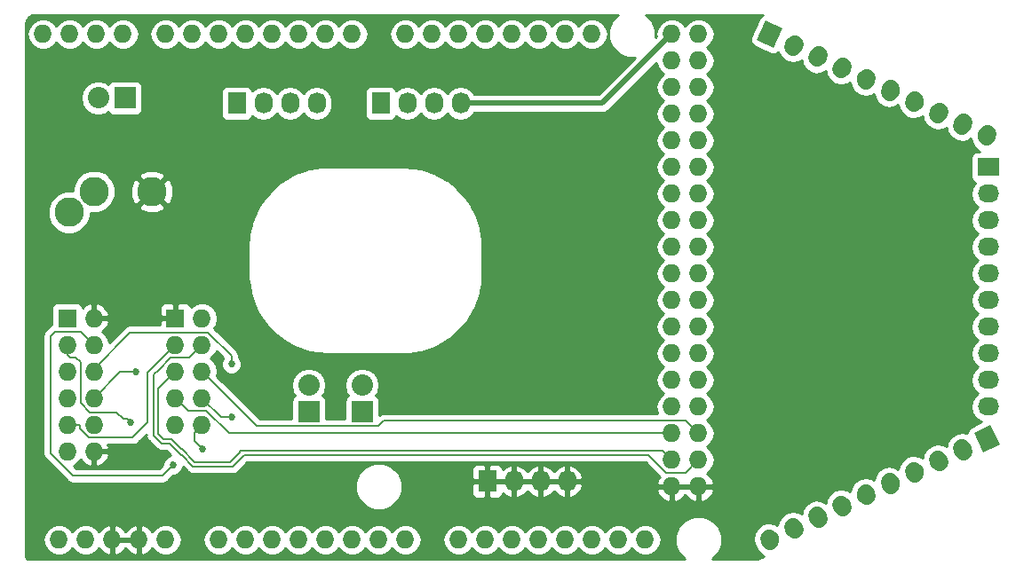
<source format=gbl>
G04 #@! TF.GenerationSoftware,KiCad,Pcbnew,5.0.0-rc2*
G04 #@! TF.CreationDate,2018-11-23T00:10:12-05:00*
G04 #@! TF.ProjectId,ZMHW_Map,5A4D48575F4D61702E6B696361645F70,rev?*
G04 #@! TF.SameCoordinates,Original*
G04 #@! TF.FileFunction,Copper,L2,Bot,Signal*
G04 #@! TF.FilePolarity,Positive*
%FSLAX46Y46*%
G04 Gerber Fmt 4.6, Leading zero omitted, Abs format (unit mm)*
G04 Created by KiCad (PCBNEW 5.0.0-rc2) date Fri Nov 23 00:10:12 2018*
%MOMM*%
%LPD*%
G01*
G04 APERTURE LIST*
G04 #@! TA.AperFunction,ComponentPad*
%ADD10R,1.727200X1.727200*%
G04 #@! TD*
G04 #@! TA.AperFunction,ComponentPad*
%ADD11O,1.727200X1.727200*%
G04 #@! TD*
G04 #@! TA.AperFunction,ComponentPad*
%ADD12C,1.727200*%
G04 #@! TD*
G04 #@! TA.AperFunction,Conductor*
%ADD13C,0.100000*%
G04 #@! TD*
G04 #@! TA.AperFunction,Conductor*
%ADD14C,1.727200*%
G04 #@! TD*
G04 #@! TA.AperFunction,ComponentPad*
%ADD15O,2.032000X1.727200*%
G04 #@! TD*
G04 #@! TA.AperFunction,ComponentPad*
%ADD16R,2.032000X1.727200*%
G04 #@! TD*
G04 #@! TA.AperFunction,ComponentPad*
%ADD17R,2.032000X2.032000*%
G04 #@! TD*
G04 #@! TA.AperFunction,ComponentPad*
%ADD18O,2.032000X2.032000*%
G04 #@! TD*
G04 #@! TA.AperFunction,ComponentPad*
%ADD19R,1.727200X2.032000*%
G04 #@! TD*
G04 #@! TA.AperFunction,ComponentPad*
%ADD20O,1.727200X2.032000*%
G04 #@! TD*
G04 #@! TA.AperFunction,ComponentPad*
%ADD21C,2.800000*%
G04 #@! TD*
G04 #@! TA.AperFunction,ViaPad*
%ADD22C,0.685800*%
G04 #@! TD*
G04 #@! TA.AperFunction,Conductor*
%ADD23C,0.508000*%
G04 #@! TD*
G04 #@! TA.AperFunction,Conductor*
%ADD24C,0.152400*%
G04 #@! TD*
G04 #@! TA.AperFunction,Conductor*
%ADD25C,0.254000*%
G04 #@! TD*
G04 APERTURE END LIST*
D10*
G04 #@! TO.P,P7,1*
G04 #@! TO.N,/ENC28J60/VCC_Branch*
X153498000Y-59621500D03*
D11*
G04 #@! TO.P,P7,2*
G04 #@! TO.N,GND*
X156038000Y-59621500D03*
G04 #@! TO.P,P7,3*
G04 #@! TO.N,/ENC28J60/INT*
X153498000Y-62161500D03*
G04 #@! TO.P,P7,4*
G04 #@! TO.N,/ENC28J60/CLKOUT*
X156038000Y-62161500D03*
G04 #@! TO.P,P7,5*
G04 #@! TO.N,MISO*
X153498000Y-64701500D03*
G04 #@! TO.P,P7,6*
G04 #@! TO.N,/ENC28J60/WOL*
X156038000Y-64701500D03*
G04 #@! TO.P,P7,7*
G04 #@! TO.N,SCK*
X153498000Y-67241500D03*
G04 #@! TO.P,P7,8*
G04 #@! TO.N,MOSI*
X156038000Y-67241500D03*
G04 #@! TO.P,P7,9*
G04 #@! TO.N,/ENC28J60/RSTENC*
X153498000Y-69781500D03*
G04 #@! TO.P,P7,10*
G04 #@! TO.N,CS*
X156038000Y-69781500D03*
G04 #@! TO.P,P7,11*
G04 #@! TO.N,/ENC28J60/Q3*
X153498000Y-72321500D03*
G04 #@! TO.P,P7,12*
G04 #@! TO.N,GND*
X156038000Y-72321500D03*
G04 #@! TD*
G04 #@! TO.P,XA1,GND6*
G04 #@! TO.N,GND*
X213689000Y-75687500D03*
G04 #@! TO.P,XA1,GND5*
X211149000Y-75687500D03*
G04 #@! TO.P,XA1,D53*
G04 #@! TO.N,CS*
X213689000Y-73147500D03*
G04 #@! TO.P,XA1,D52*
G04 #@! TO.N,SCK*
X211149000Y-73147500D03*
G04 #@! TO.P,XA1,D51*
G04 #@! TO.N,MOSI*
X213689000Y-70607500D03*
G04 #@! TO.P,XA1,D50*
G04 #@! TO.N,MISO*
X211149000Y-70607500D03*
G04 #@! TO.P,XA1,D49*
G04 #@! TO.N,/D49*
X213689000Y-68067500D03*
G04 #@! TO.P,XA1,D48*
G04 #@! TO.N,/D48*
X211149000Y-68067500D03*
G04 #@! TO.P,XA1,D47*
G04 #@! TO.N,/D47*
X213689000Y-65527500D03*
G04 #@! TO.P,XA1,D46*
G04 #@! TO.N,/D46*
X211149000Y-65527500D03*
G04 #@! TO.P,XA1,D45*
G04 #@! TO.N,/D45*
X213689000Y-62987500D03*
G04 #@! TO.P,XA1,D44*
G04 #@! TO.N,/D44*
X211149000Y-62987500D03*
G04 #@! TO.P,XA1,D43*
G04 #@! TO.N,/D43*
X213689000Y-60447500D03*
G04 #@! TO.P,XA1,D42*
G04 #@! TO.N,/D42*
X211149000Y-60447500D03*
G04 #@! TO.P,XA1,D41*
G04 #@! TO.N,/D41*
X213689000Y-57907500D03*
G04 #@! TO.P,XA1,D40*
G04 #@! TO.N,/D40*
X211149000Y-57907500D03*
G04 #@! TO.P,XA1,D39*
G04 #@! TO.N,/D39*
X213689000Y-55367500D03*
G04 #@! TO.P,XA1,D38*
G04 #@! TO.N,/D38*
X211149000Y-55367500D03*
G04 #@! TO.P,XA1,D37*
G04 #@! TO.N,/D37*
X213689000Y-52827500D03*
G04 #@! TO.P,XA1,D36*
G04 #@! TO.N,/D36*
X211149000Y-52827500D03*
G04 #@! TO.P,XA1,D35*
G04 #@! TO.N,/D35*
X213689000Y-50287500D03*
G04 #@! TO.P,XA1,D34*
G04 #@! TO.N,/D34*
X211149000Y-50287500D03*
G04 #@! TO.P,XA1,D33*
G04 #@! TO.N,/D33*
X213689000Y-47747500D03*
G04 #@! TO.P,XA1,D32*
G04 #@! TO.N,/D32*
X211149000Y-47747500D03*
G04 #@! TO.P,XA1,D31*
G04 #@! TO.N,/D31*
X213689000Y-45207500D03*
G04 #@! TO.P,XA1,D30*
G04 #@! TO.N,/D30*
X211149000Y-45207500D03*
G04 #@! TO.P,XA1,D29*
G04 #@! TO.N,/D29*
X213689000Y-42667500D03*
G04 #@! TO.P,XA1,D28*
G04 #@! TO.N,/D28*
X211149000Y-42667500D03*
G04 #@! TO.P,XA1,D27*
G04 #@! TO.N,/D27*
X213689000Y-40127500D03*
G04 #@! TO.P,XA1,D26*
G04 #@! TO.N,/D26*
X211149000Y-40127500D03*
G04 #@! TO.P,XA1,D25*
G04 #@! TO.N,/D25*
X213689000Y-37587500D03*
G04 #@! TO.P,XA1,D24*
G04 #@! TO.N,/D24*
X211149000Y-37587500D03*
G04 #@! TO.P,XA1,D23*
G04 #@! TO.N,/D23*
X213689000Y-35047500D03*
G04 #@! TO.P,XA1,D22*
G04 #@! TO.N,/D22*
X211149000Y-35047500D03*
G04 #@! TO.P,XA1,5V4*
G04 #@! TO.N,+5V*
X213689000Y-32507500D03*
G04 #@! TO.P,XA1,5V3*
X211149000Y-32507500D03*
G04 #@! TO.P,XA1,A15*
G04 #@! TO.N,Net-(XA1-PadA15)*
X208609000Y-80767500D03*
G04 #@! TO.P,XA1,A14*
G04 #@! TO.N,Net-(XA1-PadA14)*
X206069000Y-80767500D03*
G04 #@! TO.P,XA1,A13*
G04 #@! TO.N,Net-(XA1-PadA13)*
X203529000Y-80767500D03*
G04 #@! TO.P,XA1,A12*
G04 #@! TO.N,Net-(XA1-PadA12)*
X200989000Y-80767500D03*
G04 #@! TO.P,XA1,A11*
G04 #@! TO.N,Net-(XA1-PadA11)*
X198449000Y-80767500D03*
G04 #@! TO.P,XA1,A10*
G04 #@! TO.N,Net-(XA1-PadA10)*
X195909000Y-80767500D03*
G04 #@! TO.P,XA1,A9*
G04 #@! TO.N,Net-(XA1-PadA9)*
X193369000Y-80767500D03*
G04 #@! TO.P,XA1,A8*
G04 #@! TO.N,Net-(XA1-PadA8)*
X190829000Y-80767500D03*
G04 #@! TO.P,XA1,A7*
G04 #@! TO.N,Net-(XA1-PadA7)*
X185749000Y-80767500D03*
G04 #@! TO.P,XA1,A6*
G04 #@! TO.N,Net-(XA1-PadA6)*
X183209000Y-80767500D03*
G04 #@! TO.P,XA1,A5*
G04 #@! TO.N,Net-(XA1-PadA5)*
X180669000Y-80767500D03*
G04 #@! TO.P,XA1,A4*
G04 #@! TO.N,Net-(XA1-PadA4)*
X178129000Y-80767500D03*
G04 #@! TO.P,XA1,A3*
G04 #@! TO.N,Net-(XA1-PadA3)*
X175589000Y-80767500D03*
G04 #@! TO.P,XA1,A2*
G04 #@! TO.N,Net-(XA1-PadA2)*
X173049000Y-80767500D03*
G04 #@! TO.P,XA1,A1*
G04 #@! TO.N,Net-(XA1-PadA1)*
X170509000Y-80767500D03*
G04 #@! TO.P,XA1,D11*
G04 #@! TO.N,Net-(XA1-PadD11)*
X151205000Y-32507500D03*
G04 #@! TO.P,XA1,D10*
G04 #@! TO.N,Net-(XA1-PadD10)*
X153745000Y-32507500D03*
G04 #@! TO.P,XA1,D9*
G04 #@! TO.N,Net-(LS1-Pad2)*
X156285000Y-32507500D03*
G04 #@! TO.P,XA1,D8*
G04 #@! TO.N,Net-(LS1-Pad1)*
X158825000Y-32507500D03*
G04 #@! TO.P,XA1,D7*
G04 #@! TO.N,Net-(XA1-PadD7)*
X162889000Y-32507500D03*
G04 #@! TO.P,XA1,D6*
G04 #@! TO.N,Net-(XA1-PadD6)*
X165429000Y-32507500D03*
G04 #@! TO.P,XA1,D5*
G04 #@! TO.N,Net-(XA1-PadD5)*
X167969000Y-32507500D03*
G04 #@! TO.P,XA1,D4*
G04 #@! TO.N,Net-(XA1-PadD4)*
X170509000Y-32507500D03*
G04 #@! TO.P,XA1,D3*
G04 #@! TO.N,Net-(XA1-PadD3)*
X173049000Y-32507500D03*
G04 #@! TO.P,XA1,D2*
G04 #@! TO.N,Net-(XA1-PadD2)*
X175589000Y-32507500D03*
G04 #@! TO.P,XA1,D1*
G04 #@! TO.N,Net-(J1-Pad1)*
X178129000Y-32507500D03*
G04 #@! TO.P,XA1,D0*
G04 #@! TO.N,Net-(J1-Pad2)*
X180669000Y-32507500D03*
G04 #@! TO.P,XA1,D14*
G04 #@! TO.N,Net-(XA1-PadD14)*
X185749000Y-32507500D03*
G04 #@! TO.P,XA1,D15*
G04 #@! TO.N,Net-(XA1-PadD15)*
X188289000Y-32507500D03*
G04 #@! TO.P,XA1,D16*
G04 #@! TO.N,Net-(XA1-PadD16)*
X190829000Y-32507500D03*
G04 #@! TO.P,XA1,D17*
G04 #@! TO.N,Net-(XA1-PadD17)*
X193369000Y-32507500D03*
G04 #@! TO.P,XA1,D18*
G04 #@! TO.N,Net-(XA1-PadD18)*
X195909000Y-32507500D03*
G04 #@! TO.P,XA1,D19*
G04 #@! TO.N,Net-(XA1-PadD19)*
X198449000Y-32507500D03*
G04 #@! TO.P,XA1,D20*
G04 #@! TO.N,Net-(XA1-PadD20)*
X200989000Y-32507500D03*
G04 #@! TO.P,XA1,D21*
G04 #@! TO.N,Net-(XA1-PadD21)*
X203529000Y-32507500D03*
G04 #@! TO.P,XA1,3V3*
G04 #@! TO.N,+3V3*
X152729000Y-80767500D03*
G04 #@! TO.P,XA1,5V1*
G04 #@! TO.N,+5V*
X155269000Y-80767500D03*
G04 #@! TO.P,XA1,GND2*
G04 #@! TO.N,GND*
X157809000Y-80767500D03*
G04 #@! TO.P,XA1,GND3*
X160349000Y-80767500D03*
G04 #@! TO.P,XA1,VIN*
G04 #@! TO.N,Net-(XA1-PadVIN)*
X162889000Y-80767500D03*
G04 #@! TO.P,XA1,A0*
G04 #@! TO.N,Net-(XA1-PadA0)*
X167969000Y-80767500D03*
G04 #@! TD*
D12*
G04 #@! TO.P,J2,1*
G04 #@! TO.N,Net-(J2-Pad1)*
X220472000Y-32512000D03*
D13*
G04 #@! TD*
G04 #@! TO.N,Net-(J2-Pad1)*
G04 #@! TO.C,J2*
G36*
X220825307Y-33797782D02*
X219259932Y-33067836D01*
X220118693Y-31226218D01*
X221684068Y-31956164D01*
X220825307Y-33797782D01*
X220825307Y-33797782D01*
G37*
D12*
G04 #@! TO.P,J2,2*
G04 #@! TO.N,Net-(J2-Pad2)*
X222774022Y-33585450D03*
D14*
G04 #@! TD*
G04 #@! TO.N,Net-(J2-Pad2)*
G04 #@! TO.C,J2*
X222709615Y-33723571D02*
X222838429Y-33447329D01*
D12*
G04 #@! TO.P,J2,3*
G04 #@! TO.N,Net-(J2-Pad3)*
X225076044Y-34658901D03*
D14*
G04 #@! TD*
G04 #@! TO.N,Net-(J2-Pad3)*
G04 #@! TO.C,J2*
X225011637Y-34797022D02*
X225140451Y-34520780D01*
D12*
G04 #@! TO.P,J2,4*
G04 #@! TO.N,Net-(J2-Pad4)*
X227378065Y-35732351D03*
D14*
G04 #@! TD*
G04 #@! TO.N,Net-(J2-Pad4)*
G04 #@! TO.C,J2*
X227313658Y-35870472D02*
X227442472Y-35594230D01*
D12*
G04 #@! TO.P,J2,5*
G04 #@! TO.N,Net-(J2-Pad5)*
X229680087Y-36805802D03*
D14*
G04 #@! TD*
G04 #@! TO.N,Net-(J2-Pad5)*
G04 #@! TO.C,J2*
X229615680Y-36943923D02*
X229744494Y-36667681D01*
D12*
G04 #@! TO.P,J2,6*
G04 #@! TO.N,Net-(J2-Pad6)*
X231982109Y-37879252D03*
D14*
G04 #@! TD*
G04 #@! TO.N,Net-(J2-Pad6)*
G04 #@! TO.C,J2*
X231917702Y-38017373D02*
X232046516Y-37741131D01*
D12*
G04 #@! TO.P,J2,7*
G04 #@! TO.N,Net-(J2-Pad7)*
X234284131Y-38952702D03*
D14*
G04 #@! TD*
G04 #@! TO.N,Net-(J2-Pad7)*
G04 #@! TO.C,J2*
X234219724Y-39090823D02*
X234348538Y-38814581D01*
D12*
G04 #@! TO.P,J2,8*
G04 #@! TO.N,Net-(J2-Pad8)*
X236586152Y-40026153D03*
D14*
G04 #@! TD*
G04 #@! TO.N,Net-(J2-Pad8)*
G04 #@! TO.C,J2*
X236521745Y-40164274D02*
X236650559Y-39888032D01*
D12*
G04 #@! TO.P,J2,9*
G04 #@! TO.N,Net-(J2-Pad9)*
X238888174Y-41099603D03*
D14*
G04 #@! TD*
G04 #@! TO.N,Net-(J2-Pad9)*
G04 #@! TO.C,J2*
X238823767Y-41237724D02*
X238952581Y-40961482D01*
D12*
G04 #@! TO.P,J2,10*
G04 #@! TO.N,Net-(J2-Pad10)*
X241190196Y-42173053D03*
D14*
G04 #@! TD*
G04 #@! TO.N,Net-(J2-Pad10)*
G04 #@! TO.C,J2*
X241125789Y-42311174D02*
X241254603Y-42034932D01*
D15*
G04 #@! TO.P,J3,10*
G04 #@! TO.N,Net-(J3-Pad10)*
X241300000Y-68072000D03*
G04 #@! TO.P,J3,9*
G04 #@! TO.N,Net-(J3-Pad9)*
X241300000Y-65532000D03*
G04 #@! TO.P,J3,8*
G04 #@! TO.N,Net-(J3-Pad8)*
X241300000Y-62992000D03*
G04 #@! TO.P,J3,7*
G04 #@! TO.N,Net-(J3-Pad7)*
X241300000Y-60452000D03*
G04 #@! TO.P,J3,6*
G04 #@! TO.N,Net-(J3-Pad6)*
X241300000Y-57912000D03*
G04 #@! TO.P,J3,5*
G04 #@! TO.N,Net-(J3-Pad5)*
X241300000Y-55372000D03*
G04 #@! TO.P,J3,4*
G04 #@! TO.N,Net-(J3-Pad4)*
X241300000Y-52832000D03*
G04 #@! TO.P,J3,3*
G04 #@! TO.N,Net-(J3-Pad3)*
X241300000Y-50292000D03*
G04 #@! TO.P,J3,2*
G04 #@! TO.N,Net-(J3-Pad2)*
X241300000Y-47752000D03*
D16*
G04 #@! TO.P,J3,1*
G04 #@! TO.N,Net-(J3-Pad1)*
X241300000Y-45212000D03*
G04 #@! TD*
D12*
G04 #@! TO.P,J4,1*
G04 #@! TO.N,Net-(J4-Pad1)*
X241190000Y-71110900D03*
D13*
G04 #@! TD*
G04 #@! TO.N,Net-(J4-Pad1)*
G04 #@! TO.C,J4*
G36*
X239977932Y-70555064D02*
X241543307Y-69825118D01*
X242402068Y-71666736D01*
X240836693Y-72396682D01*
X239977932Y-70555064D01*
X239977932Y-70555064D01*
G37*
D12*
G04 #@! TO.P,J4,2*
G04 #@! TO.N,Net-(J4-Pad2)*
X238887978Y-72184350D03*
D14*
G04 #@! TD*
G04 #@! TO.N,Net-(J4-Pad2)*
G04 #@! TO.C,J4*
X238823571Y-72046229D02*
X238952385Y-72322471D01*
D12*
G04 #@! TO.P,J4,3*
G04 #@! TO.N,Net-(J4-Pad3)*
X236585956Y-73257801D03*
D14*
G04 #@! TD*
G04 #@! TO.N,Net-(J4-Pad3)*
G04 #@! TO.C,J4*
X236521549Y-73119680D02*
X236650363Y-73395922D01*
D12*
G04 #@! TO.P,J4,4*
G04 #@! TO.N,Net-(J4-Pad4)*
X234283935Y-74331251D03*
D14*
G04 #@! TD*
G04 #@! TO.N,Net-(J4-Pad4)*
G04 #@! TO.C,J4*
X234219528Y-74193130D02*
X234348342Y-74469372D01*
D12*
G04 #@! TO.P,J4,5*
G04 #@! TO.N,Net-(J4-Pad5)*
X231981913Y-75404702D03*
D14*
G04 #@! TD*
G04 #@! TO.N,Net-(J4-Pad5)*
G04 #@! TO.C,J4*
X231917506Y-75266581D02*
X232046320Y-75542823D01*
D12*
G04 #@! TO.P,J4,6*
G04 #@! TO.N,Net-(J4-Pad6)*
X229679891Y-76478152D03*
D14*
G04 #@! TD*
G04 #@! TO.N,Net-(J4-Pad6)*
G04 #@! TO.C,J4*
X229615484Y-76340031D02*
X229744298Y-76616273D01*
D12*
G04 #@! TO.P,J4,7*
G04 #@! TO.N,Net-(J4-Pad7)*
X227377869Y-77551602D03*
D14*
G04 #@! TD*
G04 #@! TO.N,Net-(J4-Pad7)*
G04 #@! TO.C,J4*
X227313462Y-77413481D02*
X227442276Y-77689723D01*
D12*
G04 #@! TO.P,J4,8*
G04 #@! TO.N,Net-(J4-Pad8)*
X225075848Y-78625053D03*
D14*
G04 #@! TD*
G04 #@! TO.N,Net-(J4-Pad8)*
G04 #@! TO.C,J4*
X225011441Y-78486932D02*
X225140255Y-78763174D01*
D12*
G04 #@! TO.P,J4,9*
G04 #@! TO.N,Net-(J4-Pad9)*
X222773826Y-79698503D03*
D14*
G04 #@! TD*
G04 #@! TO.N,Net-(J4-Pad9)*
G04 #@! TO.C,J4*
X222709419Y-79560382D02*
X222838233Y-79836624D01*
D12*
G04 #@! TO.P,J4,10*
G04 #@! TO.N,Net-(J4-Pad10)*
X220471804Y-80771953D03*
D14*
G04 #@! TD*
G04 #@! TO.N,Net-(J4-Pad10)*
G04 #@! TO.C,J4*
X220407397Y-80633832D02*
X220536211Y-80910074D01*
D17*
G04 #@! TO.P,LS1,1*
G04 #@! TO.N,Net-(LS1-Pad1)*
X159004000Y-38608000D03*
D18*
G04 #@! TO.P,LS1,2*
G04 #@! TO.N,Net-(LS1-Pad2)*
X156464000Y-38608000D03*
G04 #@! TD*
D19*
G04 #@! TO.P,P1,1*
G04 #@! TO.N,+5V*
X183388000Y-39116000D03*
D20*
G04 #@! TO.P,P1,2*
X185928000Y-39116000D03*
G04 #@! TO.P,P1,3*
X188468000Y-39116000D03*
G04 #@! TO.P,P1,4*
X191008000Y-39116000D03*
G04 #@! TD*
G04 #@! TO.P,P2,4*
G04 #@! TO.N,GND*
X201168000Y-75184000D03*
G04 #@! TO.P,P2,3*
X198628000Y-75184000D03*
G04 #@! TO.P,P2,2*
X196088000Y-75184000D03*
D19*
G04 #@! TO.P,P2,1*
X193548000Y-75184000D03*
G04 #@! TD*
G04 #@! TO.P,P3,1*
G04 #@! TO.N,+3V3*
X169672000Y-39116000D03*
D20*
G04 #@! TO.P,P3,2*
X172212000Y-39116000D03*
G04 #@! TO.P,P3,3*
X174752000Y-39116000D03*
G04 #@! TO.P,P3,4*
X177292000Y-39116000D03*
G04 #@! TD*
D17*
G04 #@! TO.P,P4,1*
G04 #@! TO.N,+3V3*
X181610000Y-68580000D03*
D18*
G04 #@! TO.P,P4,2*
G04 #@! TO.N,/ENC28J60/VCC_Branch*
X181610000Y-66040000D03*
G04 #@! TD*
G04 #@! TO.P,P5,2*
G04 #@! TO.N,/ENC28J60/VCC_Branch*
X176530000Y-66040000D03*
D17*
G04 #@! TO.P,P5,1*
G04 #@! TO.N,+5V*
X176530000Y-68580000D03*
G04 #@! TD*
D10*
G04 #@! TO.P,P6,1*
G04 #@! TO.N,GND*
X163818000Y-59621500D03*
D11*
G04 #@! TO.P,P6,2*
G04 #@! TO.N,/ENC28J60/VCC_Branch*
X166358000Y-59621500D03*
G04 #@! TO.P,P6,3*
G04 #@! TO.N,/ENC28J60/RSTENC*
X163818000Y-62161500D03*
G04 #@! TO.P,P6,4*
G04 #@! TO.N,CS*
X166358000Y-62161500D03*
G04 #@! TO.P,P6,5*
G04 #@! TO.N,SCK*
X163818000Y-64701500D03*
G04 #@! TO.P,P6,6*
G04 #@! TO.N,MOSI*
X166358000Y-64701500D03*
G04 #@! TO.P,P6,7*
G04 #@! TO.N,MISO*
X163818000Y-67241500D03*
G04 #@! TO.P,P6,8*
G04 #@! TO.N,/ENC28J60/WOL*
X166358000Y-67241500D03*
G04 #@! TO.P,P6,9*
G04 #@! TO.N,/ENC28J60/INT*
X163818000Y-69781500D03*
G04 #@! TO.P,P6,10*
G04 #@! TO.N,/ENC28J60/CLKOUT*
X166358000Y-69781500D03*
G04 #@! TD*
D21*
G04 #@! TO.P,J1,S*
G04 #@! TO.N,Net-(J1-Pad2)*
X153670000Y-49530000D03*
G04 #@! TO.P,J1,T*
G04 #@! TO.N,Net-(J1-Pad1)*
X156070000Y-47530000D03*
G04 #@! TO.P,J1,R*
G04 #@! TO.N,GND*
X161570000Y-47530000D03*
G04 #@! TD*
D22*
G04 #@! TO.N,GND*
X159004000Y-72771000D03*
G04 #@! TO.N,MOSI*
X160020000Y-64770000D03*
G04 #@! TO.N,/ENC28J60/WOL*
X169164000Y-69088000D03*
X169164000Y-64008000D03*
G04 #@! TO.N,/ENC28J60/INT*
X159562800Y-69596000D03*
G04 #@! TO.N,/ENC28J60/CLKOUT*
X163576000Y-73660000D03*
X166420800Y-72136000D03*
G04 #@! TD*
D23*
G04 #@! TO.N,+5V*
X211149000Y-32507500D02*
X204541000Y-39116000D01*
X204541000Y-39116000D02*
X191008000Y-39116000D01*
D24*
G04 #@! TO.N,/ENC28J60/RSTENC*
X153498000Y-69781500D02*
X154692100Y-69781500D01*
X163818000Y-62161500D02*
X161190100Y-64789400D01*
X161190100Y-64789400D02*
X161190100Y-69561700D01*
X161190100Y-69561700D02*
X159756500Y-70995300D01*
X159756500Y-70995300D02*
X155534800Y-70995300D01*
X155534800Y-70995300D02*
X154692100Y-70152600D01*
X154692100Y-70152600D02*
X154692100Y-69781500D01*
G04 #@! TO.N,CS*
X210576000Y-74341300D02*
X212495000Y-74341300D01*
X208925000Y-72690300D02*
X210576000Y-74341300D01*
X212495000Y-74341300D02*
X213689000Y-73147500D01*
X165506400Y-73761600D02*
X169311900Y-73761600D01*
X164435091Y-72690291D02*
X165506400Y-73761600D01*
X166358000Y-62161500D02*
X165495000Y-63025100D01*
X163271365Y-71575809D02*
X164385617Y-72690291D01*
X164385617Y-72690291D02*
X164435091Y-72690291D01*
X165495000Y-63025100D02*
X165165000Y-63355300D01*
X170383200Y-72690300D02*
X208925000Y-72690300D01*
X163398000Y-63355300D02*
X162218000Y-64534900D01*
X169311900Y-73761600D02*
X170383200Y-72690300D01*
X165165000Y-63355300D02*
X163398000Y-63355300D01*
X162218000Y-64534900D02*
X161747200Y-65005700D01*
X161747200Y-65005700D02*
X161747200Y-70815200D01*
X162507809Y-71575809D02*
X163271365Y-71575809D01*
X161747200Y-70815200D02*
X162507809Y-71575809D01*
G04 #@! TO.N,SCK*
X210285000Y-72283900D02*
X211149000Y-73147500D01*
X162676149Y-71169399D02*
X163439726Y-71169399D01*
X169976800Y-72283900D02*
X210285000Y-72283900D01*
X163818000Y-64701500D02*
X162204400Y-66315100D01*
X162204400Y-66315100D02*
X162204400Y-70697650D01*
X162204400Y-70697650D02*
X162676149Y-71169399D01*
X163439726Y-71169399D02*
X163448998Y-71178671D01*
X163448998Y-71178671D02*
X164406131Y-72136000D01*
X164406131Y-72136000D02*
X164455550Y-72136000D01*
X164455550Y-72136000D02*
X165674750Y-73355200D01*
X165674750Y-73355200D02*
X169062400Y-73355200D01*
X169976800Y-72440800D02*
X169976800Y-72283900D01*
X169062400Y-73355200D02*
X169976800Y-72440800D01*
G04 #@! TO.N,MOSI*
X213689000Y-70607500D02*
X212495000Y-69413700D01*
X212495000Y-69413700D02*
X183714000Y-69413700D01*
X183714000Y-69413700D02*
X183201000Y-69926200D01*
X183201000Y-69926200D02*
X171583000Y-69926200D01*
X171583000Y-69926200D02*
X167222000Y-65565100D01*
X167222000Y-65565100D02*
X166358000Y-64701500D01*
X160020000Y-64770000D02*
X158510000Y-64770000D01*
X158510000Y-64770000D02*
X156038000Y-67241500D01*
G04 #@! TO.N,MISO*
X211149000Y-70607500D02*
X168951000Y-70607500D01*
X168951000Y-70607500D02*
X166779000Y-68435300D01*
X166779000Y-68435300D02*
X165012000Y-68435300D01*
X165012000Y-68435300D02*
X164682000Y-68105100D01*
X164682000Y-68105100D02*
X163818000Y-67241500D01*
G04 #@! TO.N,/ENC28J60/WOL*
X168204500Y-69088000D02*
X166358000Y-67241500D01*
X169164000Y-69088000D02*
X169164000Y-69088000D01*
X169164000Y-69088000D02*
X168204500Y-69088000D01*
X159504301Y-60967699D02*
X156038000Y-64434000D01*
X169164000Y-63200674D02*
X166931025Y-60967699D01*
X156038000Y-64434000D02*
X156038000Y-64701500D01*
X166931025Y-60967699D02*
X159504301Y-60967699D01*
X169164000Y-64008000D02*
X169164000Y-63200674D01*
G04 #@! TO.N,/ENC28J60/INT*
X155657700Y-68587400D02*
X158191200Y-68587400D01*
X154787600Y-67717300D02*
X155657700Y-68587400D01*
X154787600Y-63804800D02*
X154787600Y-67717300D01*
X159219901Y-69253101D02*
X159562800Y-69596000D01*
X154338400Y-63355600D02*
X154787600Y-63804800D01*
X158856901Y-69253101D02*
X159219901Y-69253101D01*
X153760000Y-63355600D02*
X154338400Y-63355600D01*
X158191200Y-68587400D02*
X158856901Y-69253101D01*
X153498000Y-63093600D02*
X153760000Y-63355600D01*
X153498000Y-62161500D02*
X153498000Y-63093600D01*
G04 #@! TO.N,/ENC28J60/CLKOUT*
X163576000Y-73660000D02*
X163576000Y-73660000D01*
X165608000Y-70531500D02*
X166358000Y-69781500D01*
X165608000Y-70531500D02*
X165608000Y-71323200D01*
X165608000Y-71323200D02*
X166420800Y-72136000D01*
X166420800Y-72136000D02*
X166420800Y-72136000D01*
X154085674Y-74676000D02*
X151892000Y-72482326D01*
X162560000Y-74676000D02*
X154085674Y-74676000D01*
X151892000Y-61323299D02*
X152247600Y-60967699D01*
X151892000Y-72482326D02*
X151892000Y-61323299D01*
X163576000Y-73660000D02*
X162560000Y-74676000D01*
X152247600Y-60967699D02*
X152247600Y-60960000D01*
X152247600Y-60960000D02*
X152298400Y-60909200D01*
X154785700Y-60909200D02*
X154938100Y-61061600D01*
X152298400Y-60909200D02*
X154785700Y-60909200D01*
X154938100Y-61061600D02*
X156038000Y-62161500D01*
G04 #@! TD*
D25*
G04 #@! TO.N,GND*
G36*
X205444259Y-31241474D02*
X205104000Y-32062931D01*
X205104000Y-32952069D01*
X205444259Y-33773526D01*
X206072974Y-34402241D01*
X206894431Y-34742500D01*
X207656981Y-34742500D01*
X204172746Y-38227000D01*
X192318169Y-38227000D01*
X192088429Y-37883170D01*
X191592724Y-37551950D01*
X191008000Y-37435641D01*
X190423275Y-37551951D01*
X189927570Y-37883171D01*
X189738000Y-38166882D01*
X189548429Y-37883170D01*
X189052724Y-37551950D01*
X188468000Y-37435641D01*
X187883275Y-37551951D01*
X187387570Y-37883171D01*
X187198000Y-38166882D01*
X187008429Y-37883170D01*
X186512724Y-37551950D01*
X185928000Y-37435641D01*
X185343275Y-37551951D01*
X184854932Y-37878252D01*
X184849757Y-37852235D01*
X184709409Y-37642191D01*
X184499365Y-37501843D01*
X184251600Y-37452560D01*
X182524400Y-37452560D01*
X182276635Y-37501843D01*
X182066591Y-37642191D01*
X181926243Y-37852235D01*
X181876960Y-38100000D01*
X181876960Y-40132000D01*
X181926243Y-40379765D01*
X182066591Y-40589809D01*
X182276635Y-40730157D01*
X182524400Y-40779440D01*
X184251600Y-40779440D01*
X184499365Y-40730157D01*
X184709409Y-40589809D01*
X184849757Y-40379765D01*
X184854932Y-40353748D01*
X185343276Y-40680050D01*
X185928000Y-40796359D01*
X186512725Y-40680049D01*
X187008430Y-40348829D01*
X187198000Y-40065118D01*
X187387571Y-40348830D01*
X187883276Y-40680050D01*
X188468000Y-40796359D01*
X189052725Y-40680049D01*
X189548430Y-40348829D01*
X189738000Y-40065118D01*
X189927571Y-40348830D01*
X190423276Y-40680050D01*
X191008000Y-40796359D01*
X191592725Y-40680049D01*
X192088430Y-40348829D01*
X192318170Y-40005000D01*
X204453462Y-40005000D01*
X204541034Y-40022416D01*
X204703304Y-39990132D01*
X204887870Y-39953419D01*
X204887886Y-39953408D01*
X204887902Y-39953405D01*
X205015177Y-39868355D01*
X205181933Y-39756933D01*
X205231542Y-39682688D01*
X209661748Y-35252147D01*
X209737350Y-35632225D01*
X210068570Y-36127930D01*
X210352281Y-36317500D01*
X210068570Y-36507070D01*
X209737350Y-37002775D01*
X209621041Y-37587500D01*
X209737350Y-38172225D01*
X210068570Y-38667930D01*
X210352281Y-38857500D01*
X210068570Y-39047070D01*
X209737350Y-39542775D01*
X209621041Y-40127500D01*
X209737350Y-40712225D01*
X210068570Y-41207930D01*
X210352281Y-41397500D01*
X210068570Y-41587070D01*
X209737350Y-42082775D01*
X209621041Y-42667500D01*
X209737350Y-43252225D01*
X210068570Y-43747930D01*
X210352281Y-43937500D01*
X210068570Y-44127070D01*
X209737350Y-44622775D01*
X209621041Y-45207500D01*
X209737350Y-45792225D01*
X210068570Y-46287930D01*
X210352281Y-46477500D01*
X210068570Y-46667070D01*
X209737350Y-47162775D01*
X209621041Y-47747500D01*
X209737350Y-48332225D01*
X210068570Y-48827930D01*
X210352281Y-49017500D01*
X210068570Y-49207070D01*
X209737350Y-49702775D01*
X209621041Y-50287500D01*
X209737350Y-50872225D01*
X210068570Y-51367930D01*
X210352281Y-51557500D01*
X210068570Y-51747070D01*
X209737350Y-52242775D01*
X209621041Y-52827500D01*
X209737350Y-53412225D01*
X210068570Y-53907930D01*
X210352281Y-54097500D01*
X210068570Y-54287070D01*
X209737350Y-54782775D01*
X209621041Y-55367500D01*
X209737350Y-55952225D01*
X210068570Y-56447930D01*
X210352281Y-56637500D01*
X210068570Y-56827070D01*
X209737350Y-57322775D01*
X209621041Y-57907500D01*
X209737350Y-58492225D01*
X210068570Y-58987930D01*
X210352281Y-59177500D01*
X210068570Y-59367070D01*
X209737350Y-59862775D01*
X209621041Y-60447500D01*
X209737350Y-61032225D01*
X210068570Y-61527930D01*
X210352281Y-61717500D01*
X210068570Y-61907070D01*
X209737350Y-62402775D01*
X209621041Y-62987500D01*
X209737350Y-63572225D01*
X210068570Y-64067930D01*
X210352281Y-64257500D01*
X210068570Y-64447070D01*
X209737350Y-64942775D01*
X209621041Y-65527500D01*
X209737350Y-66112225D01*
X210068570Y-66607930D01*
X210352281Y-66797500D01*
X210068570Y-66987070D01*
X209737350Y-67482775D01*
X209621041Y-68067500D01*
X209737350Y-68652225D01*
X209770943Y-68702500D01*
X183784217Y-68702500D01*
X183714353Y-68688568D01*
X183644133Y-68702500D01*
X183643954Y-68702500D01*
X183573860Y-68716442D01*
X183436829Y-68743630D01*
X183436681Y-68743729D01*
X183436504Y-68743764D01*
X183319843Y-68821715D01*
X183273440Y-68852688D01*
X183273440Y-67564000D01*
X183224157Y-67316235D01*
X183083809Y-67106191D01*
X182945144Y-67013537D01*
X183165208Y-66684188D01*
X183293345Y-66040000D01*
X183165208Y-65395812D01*
X182800305Y-64849695D01*
X182254188Y-64484792D01*
X181772609Y-64389000D01*
X181447391Y-64389000D01*
X180965812Y-64484792D01*
X180419695Y-64849695D01*
X180054792Y-65395812D01*
X179926655Y-66040000D01*
X180054792Y-66684188D01*
X180274856Y-67013537D01*
X180136191Y-67106191D01*
X179995843Y-67316235D01*
X179946560Y-67564000D01*
X179946560Y-69215000D01*
X178193440Y-69215000D01*
X178193440Y-67564000D01*
X178144157Y-67316235D01*
X178003809Y-67106191D01*
X177865144Y-67013537D01*
X178085208Y-66684188D01*
X178213345Y-66040000D01*
X178085208Y-65395812D01*
X177720305Y-64849695D01*
X177174188Y-64484792D01*
X176692609Y-64389000D01*
X176367391Y-64389000D01*
X175885812Y-64484792D01*
X175339695Y-64849695D01*
X174974792Y-65395812D01*
X174846655Y-66040000D01*
X174974792Y-66684188D01*
X175194856Y-67013537D01*
X175056191Y-67106191D01*
X174915843Y-67316235D01*
X174866560Y-67564000D01*
X174866560Y-69215000D01*
X171877594Y-69215000D01*
X167799391Y-65136705D01*
X167885959Y-64701500D01*
X167769650Y-64116775D01*
X167438430Y-63621070D01*
X167154719Y-63431500D01*
X167438430Y-63241930D01*
X167743259Y-62785722D01*
X168373289Y-63415752D01*
X168334977Y-63454064D01*
X168186100Y-63813484D01*
X168186100Y-64202516D01*
X168334977Y-64561936D01*
X168610064Y-64837023D01*
X168969484Y-64985900D01*
X169358516Y-64985900D01*
X169717936Y-64837023D01*
X169993023Y-64561936D01*
X170141900Y-64202516D01*
X170141900Y-63813484D01*
X169993023Y-63454064D01*
X169875200Y-63336241D01*
X169875200Y-63270716D01*
X169889132Y-63200674D01*
X169875200Y-63130632D01*
X169875200Y-63130629D01*
X169833936Y-62923179D01*
X169828321Y-62914775D01*
X169716424Y-62747309D01*
X169716420Y-62747305D01*
X169676746Y-62687929D01*
X169617370Y-62648255D01*
X167531602Y-60562488D01*
X167769650Y-60206225D01*
X167885959Y-59621500D01*
X167769650Y-59036775D01*
X167438430Y-58541070D01*
X166942725Y-58209850D01*
X166505598Y-58122900D01*
X166210402Y-58122900D01*
X165773275Y-58209850D01*
X165278773Y-58540266D01*
X165219927Y-58398201D01*
X165041298Y-58219573D01*
X164807909Y-58122900D01*
X164103750Y-58122900D01*
X163945000Y-58281650D01*
X163945000Y-59494500D01*
X163965000Y-59494500D01*
X163965000Y-59748500D01*
X163945000Y-59748500D01*
X163945000Y-59768500D01*
X163691000Y-59768500D01*
X163691000Y-59748500D01*
X162478150Y-59748500D01*
X162319400Y-59907250D01*
X162319400Y-60256499D01*
X159574343Y-60256499D01*
X159504301Y-60242567D01*
X159434259Y-60256499D01*
X159434255Y-60256499D01*
X159226805Y-60297763D01*
X159184067Y-60326320D01*
X159050936Y-60415275D01*
X159050934Y-60415277D01*
X158991555Y-60454953D01*
X158951879Y-60514332D01*
X157522615Y-61943596D01*
X157449650Y-61576775D01*
X157118430Y-61081070D01*
X156816979Y-60879646D01*
X156926490Y-60828321D01*
X157320688Y-60396447D01*
X157492958Y-59980526D01*
X157371817Y-59748500D01*
X156165000Y-59748500D01*
X156165000Y-59768500D01*
X155911000Y-59768500D01*
X155911000Y-59748500D01*
X155891000Y-59748500D01*
X155891000Y-59494500D01*
X155911000Y-59494500D01*
X155911000Y-58287031D01*
X156165000Y-58287031D01*
X156165000Y-59494500D01*
X157371817Y-59494500D01*
X157492958Y-59262474D01*
X157320688Y-58846553D01*
X157124479Y-58631590D01*
X162319400Y-58631590D01*
X162319400Y-59335750D01*
X162478150Y-59494500D01*
X163691000Y-59494500D01*
X163691000Y-58281650D01*
X163532250Y-58122900D01*
X162828091Y-58122900D01*
X162594702Y-58219573D01*
X162416073Y-58398201D01*
X162319400Y-58631590D01*
X157124479Y-58631590D01*
X156926490Y-58414679D01*
X156397027Y-58166532D01*
X156165000Y-58287031D01*
X155911000Y-58287031D01*
X155678973Y-58166532D01*
X155149510Y-58414679D01*
X154978119Y-58602450D01*
X154959757Y-58510135D01*
X154819409Y-58300091D01*
X154609365Y-58159743D01*
X154361600Y-58110460D01*
X152634400Y-58110460D01*
X152386635Y-58159743D01*
X152176591Y-58300091D01*
X152036243Y-58510135D01*
X151986960Y-58757900D01*
X151986960Y-60261945D01*
X151785654Y-60396454D01*
X151765305Y-60426908D01*
X151734855Y-60447254D01*
X151695179Y-60506633D01*
X151695176Y-60506636D01*
X151679673Y-60529838D01*
X151438634Y-60770877D01*
X151379255Y-60810553D01*
X151339579Y-60869932D01*
X151339576Y-60869935D01*
X151222065Y-61045803D01*
X151166868Y-61323299D01*
X151180801Y-61393345D01*
X151180800Y-72412285D01*
X151166868Y-72482326D01*
X151180800Y-72552367D01*
X151180800Y-72552371D01*
X151222064Y-72759821D01*
X151222065Y-72759822D01*
X151339576Y-72935690D01*
X151339578Y-72935692D01*
X151379254Y-72995071D01*
X151438633Y-73034747D01*
X153533252Y-75129367D01*
X153572928Y-75188746D01*
X153632307Y-75228422D01*
X153632309Y-75228424D01*
X153748010Y-75305733D01*
X153808178Y-75345936D01*
X154015628Y-75387200D01*
X154015632Y-75387200D01*
X154085674Y-75401132D01*
X154155716Y-75387200D01*
X162489959Y-75387200D01*
X162560000Y-75401132D01*
X162630041Y-75387200D01*
X162630046Y-75387200D01*
X162837496Y-75345936D01*
X162991652Y-75242931D01*
X180974000Y-75242931D01*
X180974000Y-76132069D01*
X181314259Y-76953526D01*
X181942974Y-77582241D01*
X182764431Y-77922500D01*
X183653569Y-77922500D01*
X184475026Y-77582241D01*
X185103741Y-76953526D01*
X185444000Y-76132069D01*
X185444000Y-75469750D01*
X192049400Y-75469750D01*
X192049400Y-76326309D01*
X192146073Y-76559698D01*
X192324701Y-76738327D01*
X192558090Y-76835000D01*
X193262250Y-76835000D01*
X193421000Y-76676250D01*
X193421000Y-75311000D01*
X193675000Y-75311000D01*
X193675000Y-76676250D01*
X193833750Y-76835000D01*
X194537910Y-76835000D01*
X194771299Y-76738327D01*
X194949927Y-76559698D01*
X195031759Y-76362139D01*
X195185964Y-76534732D01*
X195713209Y-76788709D01*
X195728974Y-76791358D01*
X195961000Y-76670217D01*
X195961000Y-75311000D01*
X196215000Y-75311000D01*
X196215000Y-76670217D01*
X196447026Y-76791358D01*
X196462791Y-76788709D01*
X196990036Y-76534732D01*
X197358000Y-76122892D01*
X197725964Y-76534732D01*
X198253209Y-76788709D01*
X198268974Y-76791358D01*
X198501000Y-76670217D01*
X198501000Y-75311000D01*
X198755000Y-75311000D01*
X198755000Y-76670217D01*
X198987026Y-76791358D01*
X199002791Y-76788709D01*
X199530036Y-76534732D01*
X199898000Y-76122892D01*
X200265964Y-76534732D01*
X200793209Y-76788709D01*
X200808974Y-76791358D01*
X201041000Y-76670217D01*
X201041000Y-75311000D01*
X201295000Y-75311000D01*
X201295000Y-76670217D01*
X201527026Y-76791358D01*
X201542791Y-76788709D01*
X202070036Y-76534732D01*
X202459954Y-76098320D01*
X202478071Y-76046526D01*
X209694042Y-76046526D01*
X209866312Y-76462447D01*
X210260510Y-76894321D01*
X210789973Y-77142468D01*
X211022000Y-77021969D01*
X211022000Y-75814500D01*
X211276000Y-75814500D01*
X211276000Y-77021969D01*
X211508027Y-77142468D01*
X212037490Y-76894321D01*
X212419000Y-76476348D01*
X212800510Y-76894321D01*
X213329973Y-77142468D01*
X213562000Y-77021969D01*
X213562000Y-75814500D01*
X213816000Y-75814500D01*
X213816000Y-77021969D01*
X214048027Y-77142468D01*
X214577490Y-76894321D01*
X214971688Y-76462447D01*
X215143958Y-76046526D01*
X215022817Y-75814500D01*
X213816000Y-75814500D01*
X213562000Y-75814500D01*
X211276000Y-75814500D01*
X211022000Y-75814500D01*
X209815183Y-75814500D01*
X209694042Y-76046526D01*
X202478071Y-76046526D01*
X202653184Y-75545913D01*
X202508924Y-75311000D01*
X201295000Y-75311000D01*
X201041000Y-75311000D01*
X198755000Y-75311000D01*
X198501000Y-75311000D01*
X196215000Y-75311000D01*
X195961000Y-75311000D01*
X193675000Y-75311000D01*
X193421000Y-75311000D01*
X192208150Y-75311000D01*
X192049400Y-75469750D01*
X185444000Y-75469750D01*
X185444000Y-75242931D01*
X185103741Y-74421474D01*
X184723958Y-74041691D01*
X192049400Y-74041691D01*
X192049400Y-74898250D01*
X192208150Y-75057000D01*
X193421000Y-75057000D01*
X193421000Y-73691750D01*
X193675000Y-73691750D01*
X193675000Y-75057000D01*
X195961000Y-75057000D01*
X195961000Y-73697783D01*
X196215000Y-73697783D01*
X196215000Y-75057000D01*
X198501000Y-75057000D01*
X198501000Y-73697783D01*
X198755000Y-73697783D01*
X198755000Y-75057000D01*
X201041000Y-75057000D01*
X201041000Y-73697783D01*
X201295000Y-73697783D01*
X201295000Y-75057000D01*
X202508924Y-75057000D01*
X202653184Y-74822087D01*
X202459954Y-74269680D01*
X202070036Y-73833268D01*
X201542791Y-73579291D01*
X201527026Y-73576642D01*
X201295000Y-73697783D01*
X201041000Y-73697783D01*
X200808974Y-73576642D01*
X200793209Y-73579291D01*
X200265964Y-73833268D01*
X199898000Y-74245108D01*
X199530036Y-73833268D01*
X199002791Y-73579291D01*
X198987026Y-73576642D01*
X198755000Y-73697783D01*
X198501000Y-73697783D01*
X198268974Y-73576642D01*
X198253209Y-73579291D01*
X197725964Y-73833268D01*
X197358000Y-74245108D01*
X196990036Y-73833268D01*
X196462791Y-73579291D01*
X196447026Y-73576642D01*
X196215000Y-73697783D01*
X195961000Y-73697783D01*
X195728974Y-73576642D01*
X195713209Y-73579291D01*
X195185964Y-73833268D01*
X195031759Y-74005861D01*
X194949927Y-73808302D01*
X194771299Y-73629673D01*
X194537910Y-73533000D01*
X193833750Y-73533000D01*
X193675000Y-73691750D01*
X193421000Y-73691750D01*
X193262250Y-73533000D01*
X192558090Y-73533000D01*
X192324701Y-73629673D01*
X192146073Y-73808302D01*
X192049400Y-74041691D01*
X184723958Y-74041691D01*
X184475026Y-73792759D01*
X183653569Y-73452500D01*
X182764431Y-73452500D01*
X181942974Y-73792759D01*
X181314259Y-74421474D01*
X180974000Y-75242931D01*
X162991652Y-75242931D01*
X163072746Y-75188746D01*
X163112424Y-75129364D01*
X163603889Y-74637900D01*
X163770516Y-74637900D01*
X164129936Y-74489023D01*
X164405023Y-74213936D01*
X164553900Y-73854516D01*
X164553900Y-73814889D01*
X164953978Y-74214967D01*
X164993654Y-74274346D01*
X165053033Y-74314022D01*
X165053035Y-74314024D01*
X165138605Y-74371200D01*
X165228904Y-74431536D01*
X165436354Y-74472800D01*
X165436358Y-74472800D01*
X165506400Y-74486732D01*
X165576442Y-74472800D01*
X169241859Y-74472800D01*
X169311900Y-74486732D01*
X169381941Y-74472800D01*
X169381946Y-74472800D01*
X169589396Y-74431536D01*
X169824646Y-74274346D01*
X169864324Y-74214964D01*
X170677789Y-73401500D01*
X208630412Y-73401500D01*
X209997613Y-74768702D01*
X209866312Y-74912553D01*
X209694042Y-75328474D01*
X209815183Y-75560500D01*
X211022000Y-75560500D01*
X211022000Y-75540500D01*
X211276000Y-75540500D01*
X211276000Y-75560500D01*
X213562000Y-75560500D01*
X213562000Y-75540500D01*
X213816000Y-75540500D01*
X213816000Y-75560500D01*
X215022817Y-75560500D01*
X215143958Y-75328474D01*
X214971688Y-74912553D01*
X214577490Y-74480679D01*
X214467979Y-74429354D01*
X214769430Y-74227930D01*
X215100650Y-73732225D01*
X215216959Y-73147500D01*
X215100650Y-72562775D01*
X214769430Y-72067070D01*
X214485719Y-71877500D01*
X214769430Y-71687930D01*
X215100650Y-71192225D01*
X215216959Y-70607500D01*
X215100650Y-70022775D01*
X214769430Y-69527070D01*
X214485719Y-69337500D01*
X214769430Y-69147930D01*
X215100650Y-68652225D01*
X215216959Y-68067500D01*
X215100650Y-67482775D01*
X214769430Y-66987070D01*
X214485719Y-66797500D01*
X214769430Y-66607930D01*
X215100650Y-66112225D01*
X215216959Y-65527500D01*
X215100650Y-64942775D01*
X214769430Y-64447070D01*
X214485719Y-64257500D01*
X214769430Y-64067930D01*
X215100650Y-63572225D01*
X215216959Y-62987500D01*
X215100650Y-62402775D01*
X214769430Y-61907070D01*
X214485719Y-61717500D01*
X214769430Y-61527930D01*
X215100650Y-61032225D01*
X215216959Y-60447500D01*
X215100650Y-59862775D01*
X214769430Y-59367070D01*
X214485719Y-59177500D01*
X214769430Y-58987930D01*
X215100650Y-58492225D01*
X215216959Y-57907500D01*
X215100650Y-57322775D01*
X214769430Y-56827070D01*
X214485719Y-56637500D01*
X214769430Y-56447930D01*
X215100650Y-55952225D01*
X215216959Y-55367500D01*
X215100650Y-54782775D01*
X214769430Y-54287070D01*
X214485719Y-54097500D01*
X214769430Y-53907930D01*
X215100650Y-53412225D01*
X215216959Y-52827500D01*
X215100650Y-52242775D01*
X214769430Y-51747070D01*
X214485719Y-51557500D01*
X214769430Y-51367930D01*
X215100650Y-50872225D01*
X215216959Y-50287500D01*
X215100650Y-49702775D01*
X214769430Y-49207070D01*
X214485719Y-49017500D01*
X214769430Y-48827930D01*
X215100650Y-48332225D01*
X215216959Y-47747500D01*
X215100650Y-47162775D01*
X214769430Y-46667070D01*
X214485719Y-46477500D01*
X214769430Y-46287930D01*
X215100650Y-45792225D01*
X215216959Y-45207500D01*
X215100650Y-44622775D01*
X214769430Y-44127070D01*
X214485719Y-43937500D01*
X214769430Y-43747930D01*
X215100650Y-43252225D01*
X215216959Y-42667500D01*
X215100650Y-42082775D01*
X214769430Y-41587070D01*
X214485719Y-41397500D01*
X214769430Y-41207930D01*
X215100650Y-40712225D01*
X215216959Y-40127500D01*
X215100650Y-39542775D01*
X214769430Y-39047070D01*
X214485719Y-38857500D01*
X214769430Y-38667930D01*
X215100650Y-38172225D01*
X215216959Y-37587500D01*
X215100650Y-37002775D01*
X214769430Y-36507070D01*
X214485719Y-36317500D01*
X214769430Y-36127930D01*
X215100650Y-35632225D01*
X215216959Y-35047500D01*
X215100650Y-34462775D01*
X214769430Y-33967070D01*
X214485719Y-33777500D01*
X214769430Y-33587930D01*
X215100650Y-33092225D01*
X215216959Y-32507500D01*
X215100650Y-31922775D01*
X214769430Y-31427070D01*
X214273725Y-31095850D01*
X213836598Y-31008900D01*
X213541402Y-31008900D01*
X213104275Y-31095850D01*
X212608570Y-31427070D01*
X212419000Y-31710781D01*
X212229430Y-31427070D01*
X211733725Y-31095850D01*
X211296598Y-31008900D01*
X211001402Y-31008900D01*
X210564275Y-31095850D01*
X210068570Y-31427070D01*
X209737350Y-31922775D01*
X209621041Y-32507500D01*
X209665968Y-32733361D01*
X209574000Y-32825336D01*
X209574000Y-32062931D01*
X209233741Y-31241474D01*
X208675467Y-30683200D01*
X219789518Y-30683200D01*
X219681289Y-30748875D01*
X219531913Y-30952598D01*
X218673152Y-32794216D01*
X218613108Y-33039595D01*
X218651537Y-33289274D01*
X218782589Y-33505240D01*
X218986312Y-33654616D01*
X220551687Y-34384562D01*
X220797066Y-34444606D01*
X221046744Y-34406177D01*
X221262711Y-34275125D01*
X221278397Y-34253732D01*
X221583085Y-34755844D01*
X222063871Y-35108371D01*
X222642966Y-35250075D01*
X223232206Y-35159382D01*
X223523919Y-34982367D01*
X223575826Y-35319613D01*
X223885107Y-35829295D01*
X224365893Y-36181822D01*
X224944988Y-36323526D01*
X225534228Y-36232833D01*
X225825940Y-36055819D01*
X225877847Y-36393063D01*
X226187128Y-36902745D01*
X226667914Y-37255272D01*
X227247009Y-37396976D01*
X227836249Y-37306283D01*
X228127962Y-37129268D01*
X228179869Y-37466514D01*
X228489150Y-37976196D01*
X228969936Y-38328723D01*
X229549031Y-38470427D01*
X230138271Y-38379734D01*
X230429984Y-38202719D01*
X230481891Y-38539964D01*
X230791172Y-39049646D01*
X231271958Y-39402173D01*
X231851053Y-39543877D01*
X232440293Y-39453184D01*
X232732006Y-39276169D01*
X232783913Y-39613414D01*
X233093194Y-40123096D01*
X233573980Y-40475623D01*
X234153075Y-40617327D01*
X234742315Y-40526634D01*
X235034027Y-40349620D01*
X235085934Y-40686865D01*
X235395215Y-41196547D01*
X235876001Y-41549074D01*
X236455096Y-41690778D01*
X237044336Y-41600085D01*
X237336049Y-41423070D01*
X237387956Y-41760315D01*
X237697237Y-42269997D01*
X238178023Y-42622524D01*
X238757118Y-42764228D01*
X239346358Y-42673535D01*
X239638071Y-42496520D01*
X239689978Y-42833765D01*
X239999259Y-43343447D01*
X240480045Y-43695974D01*
X240500421Y-43700960D01*
X240284000Y-43700960D01*
X240036235Y-43750243D01*
X239826191Y-43890591D01*
X239685843Y-44100635D01*
X239636560Y-44348400D01*
X239636560Y-46075600D01*
X239685843Y-46323365D01*
X239826191Y-46533409D01*
X240036235Y-46673757D01*
X240062251Y-46678932D01*
X239735950Y-47167275D01*
X239619641Y-47752000D01*
X239735950Y-48336725D01*
X240067170Y-48832430D01*
X240350881Y-49022000D01*
X240067170Y-49211570D01*
X239735950Y-49707275D01*
X239619641Y-50292000D01*
X239735950Y-50876725D01*
X240067170Y-51372430D01*
X240350881Y-51562000D01*
X240067170Y-51751570D01*
X239735950Y-52247275D01*
X239619641Y-52832000D01*
X239735950Y-53416725D01*
X240067170Y-53912430D01*
X240350881Y-54102000D01*
X240067170Y-54291570D01*
X239735950Y-54787275D01*
X239619641Y-55372000D01*
X239735950Y-55956725D01*
X240067170Y-56452430D01*
X240350881Y-56642000D01*
X240067170Y-56831570D01*
X239735950Y-57327275D01*
X239619641Y-57912000D01*
X239735950Y-58496725D01*
X240067170Y-58992430D01*
X240350881Y-59182000D01*
X240067170Y-59371570D01*
X239735950Y-59867275D01*
X239619641Y-60452000D01*
X239735950Y-61036725D01*
X240067170Y-61532430D01*
X240350881Y-61722000D01*
X240067170Y-61911570D01*
X239735950Y-62407275D01*
X239619641Y-62992000D01*
X239735950Y-63576725D01*
X240067170Y-64072430D01*
X240350881Y-64262000D01*
X240067170Y-64451570D01*
X239735950Y-64947275D01*
X239619641Y-65532000D01*
X239735950Y-66116725D01*
X240067170Y-66612430D01*
X240350881Y-66802000D01*
X240067170Y-66991570D01*
X239735950Y-67487275D01*
X239619641Y-68072000D01*
X239735950Y-68656725D01*
X240067170Y-69152430D01*
X240562875Y-69483650D01*
X240689569Y-69508851D01*
X239704312Y-69968284D01*
X239500589Y-70117660D01*
X239369537Y-70333627D01*
X239331108Y-70583305D01*
X239337413Y-70609071D01*
X238756922Y-70519725D01*
X238177827Y-70661429D01*
X237697041Y-71013956D01*
X237387760Y-71523638D01*
X237335853Y-71860884D01*
X237044140Y-71683869D01*
X236454900Y-71593176D01*
X235875805Y-71734880D01*
X235395019Y-72087407D01*
X235085738Y-72597089D01*
X235033831Y-72934333D01*
X234742119Y-72757319D01*
X234152879Y-72666626D01*
X233573784Y-72808330D01*
X233092998Y-73160857D01*
X232783717Y-73670539D01*
X232731810Y-74007785D01*
X232440097Y-73830770D01*
X231850857Y-73740077D01*
X231271762Y-73881781D01*
X230790976Y-74234308D01*
X230481695Y-74743990D01*
X230429788Y-75081235D01*
X230138075Y-74904220D01*
X229548835Y-74813527D01*
X228969740Y-74955231D01*
X228488954Y-75307758D01*
X228179673Y-75817440D01*
X228127766Y-76154685D01*
X227836053Y-75977670D01*
X227246813Y-75886977D01*
X226667718Y-76028681D01*
X226186932Y-76381208D01*
X225877651Y-76890890D01*
X225825744Y-77228135D01*
X225534032Y-77051121D01*
X224944792Y-76960428D01*
X224365697Y-77102132D01*
X223884911Y-77454659D01*
X223575630Y-77964341D01*
X223523723Y-78301586D01*
X223232010Y-78124571D01*
X222642770Y-78033878D01*
X222063675Y-78175582D01*
X221582889Y-78528109D01*
X221273608Y-79037791D01*
X221221701Y-79375036D01*
X220929988Y-79198021D01*
X220340748Y-79107328D01*
X219761653Y-79249032D01*
X219280867Y-79601559D01*
X218971586Y-80111241D01*
X218880893Y-80700481D01*
X218986827Y-81133399D01*
X219240397Y-81677179D01*
X219503938Y-82036604D01*
X219939050Y-82300635D01*
X219297788Y-82600800D01*
X215016467Y-82600800D01*
X215583741Y-82033526D01*
X215924000Y-81212069D01*
X215924000Y-80322931D01*
X215583741Y-79501474D01*
X214955026Y-78872759D01*
X214133569Y-78532500D01*
X213244431Y-78532500D01*
X212422974Y-78872759D01*
X211794259Y-79501474D01*
X211454000Y-80322931D01*
X211454000Y-81212069D01*
X211794259Y-82033526D01*
X212361533Y-82600800D01*
X149930049Y-82600800D01*
X149748690Y-82564725D01*
X149654326Y-82501674D01*
X149591275Y-82407310D01*
X149555199Y-82225946D01*
X149555199Y-80767500D01*
X151201041Y-80767500D01*
X151317350Y-81352225D01*
X151648570Y-81847930D01*
X152144275Y-82179150D01*
X152581402Y-82266100D01*
X152876598Y-82266100D01*
X153313725Y-82179150D01*
X153809430Y-81847930D01*
X153999000Y-81564219D01*
X154188570Y-81847930D01*
X154684275Y-82179150D01*
X155121402Y-82266100D01*
X155416598Y-82266100D01*
X155853725Y-82179150D01*
X156349430Y-81847930D01*
X156542037Y-81559674D01*
X156920510Y-81974321D01*
X157449973Y-82222468D01*
X157682000Y-82101969D01*
X157682000Y-80894500D01*
X157936000Y-80894500D01*
X157936000Y-82101969D01*
X158168027Y-82222468D01*
X158697490Y-81974321D01*
X159079000Y-81556348D01*
X159460510Y-81974321D01*
X159989973Y-82222468D01*
X160222000Y-82101969D01*
X160222000Y-80894500D01*
X157936000Y-80894500D01*
X157682000Y-80894500D01*
X157662000Y-80894500D01*
X157662000Y-80640500D01*
X157682000Y-80640500D01*
X157682000Y-79433031D01*
X157936000Y-79433031D01*
X157936000Y-80640500D01*
X160222000Y-80640500D01*
X160222000Y-79433031D01*
X160476000Y-79433031D01*
X160476000Y-80640500D01*
X160496000Y-80640500D01*
X160496000Y-80894500D01*
X160476000Y-80894500D01*
X160476000Y-82101969D01*
X160708027Y-82222468D01*
X161237490Y-81974321D01*
X161615963Y-81559674D01*
X161808570Y-81847930D01*
X162304275Y-82179150D01*
X162741402Y-82266100D01*
X163036598Y-82266100D01*
X163473725Y-82179150D01*
X163969430Y-81847930D01*
X164300650Y-81352225D01*
X164416959Y-80767500D01*
X166441041Y-80767500D01*
X166557350Y-81352225D01*
X166888570Y-81847930D01*
X167384275Y-82179150D01*
X167821402Y-82266100D01*
X168116598Y-82266100D01*
X168553725Y-82179150D01*
X169049430Y-81847930D01*
X169239000Y-81564219D01*
X169428570Y-81847930D01*
X169924275Y-82179150D01*
X170361402Y-82266100D01*
X170656598Y-82266100D01*
X171093725Y-82179150D01*
X171589430Y-81847930D01*
X171779000Y-81564219D01*
X171968570Y-81847930D01*
X172464275Y-82179150D01*
X172901402Y-82266100D01*
X173196598Y-82266100D01*
X173633725Y-82179150D01*
X174129430Y-81847930D01*
X174319000Y-81564219D01*
X174508570Y-81847930D01*
X175004275Y-82179150D01*
X175441402Y-82266100D01*
X175736598Y-82266100D01*
X176173725Y-82179150D01*
X176669430Y-81847930D01*
X176859000Y-81564219D01*
X177048570Y-81847930D01*
X177544275Y-82179150D01*
X177981402Y-82266100D01*
X178276598Y-82266100D01*
X178713725Y-82179150D01*
X179209430Y-81847930D01*
X179399000Y-81564219D01*
X179588570Y-81847930D01*
X180084275Y-82179150D01*
X180521402Y-82266100D01*
X180816598Y-82266100D01*
X181253725Y-82179150D01*
X181749430Y-81847930D01*
X181939000Y-81564219D01*
X182128570Y-81847930D01*
X182624275Y-82179150D01*
X183061402Y-82266100D01*
X183356598Y-82266100D01*
X183793725Y-82179150D01*
X184289430Y-81847930D01*
X184479000Y-81564219D01*
X184668570Y-81847930D01*
X185164275Y-82179150D01*
X185601402Y-82266100D01*
X185896598Y-82266100D01*
X186333725Y-82179150D01*
X186829430Y-81847930D01*
X187160650Y-81352225D01*
X187276959Y-80767500D01*
X189301041Y-80767500D01*
X189417350Y-81352225D01*
X189748570Y-81847930D01*
X190244275Y-82179150D01*
X190681402Y-82266100D01*
X190976598Y-82266100D01*
X191413725Y-82179150D01*
X191909430Y-81847930D01*
X192099000Y-81564219D01*
X192288570Y-81847930D01*
X192784275Y-82179150D01*
X193221402Y-82266100D01*
X193516598Y-82266100D01*
X193953725Y-82179150D01*
X194449430Y-81847930D01*
X194639000Y-81564219D01*
X194828570Y-81847930D01*
X195324275Y-82179150D01*
X195761402Y-82266100D01*
X196056598Y-82266100D01*
X196493725Y-82179150D01*
X196989430Y-81847930D01*
X197179000Y-81564219D01*
X197368570Y-81847930D01*
X197864275Y-82179150D01*
X198301402Y-82266100D01*
X198596598Y-82266100D01*
X199033725Y-82179150D01*
X199529430Y-81847930D01*
X199719000Y-81564219D01*
X199908570Y-81847930D01*
X200404275Y-82179150D01*
X200841402Y-82266100D01*
X201136598Y-82266100D01*
X201573725Y-82179150D01*
X202069430Y-81847930D01*
X202259000Y-81564219D01*
X202448570Y-81847930D01*
X202944275Y-82179150D01*
X203381402Y-82266100D01*
X203676598Y-82266100D01*
X204113725Y-82179150D01*
X204609430Y-81847930D01*
X204799000Y-81564219D01*
X204988570Y-81847930D01*
X205484275Y-82179150D01*
X205921402Y-82266100D01*
X206216598Y-82266100D01*
X206653725Y-82179150D01*
X207149430Y-81847930D01*
X207339000Y-81564219D01*
X207528570Y-81847930D01*
X208024275Y-82179150D01*
X208461402Y-82266100D01*
X208756598Y-82266100D01*
X209193725Y-82179150D01*
X209689430Y-81847930D01*
X210020650Y-81352225D01*
X210136959Y-80767500D01*
X210020650Y-80182775D01*
X209689430Y-79687070D01*
X209193725Y-79355850D01*
X208756598Y-79268900D01*
X208461402Y-79268900D01*
X208024275Y-79355850D01*
X207528570Y-79687070D01*
X207339000Y-79970781D01*
X207149430Y-79687070D01*
X206653725Y-79355850D01*
X206216598Y-79268900D01*
X205921402Y-79268900D01*
X205484275Y-79355850D01*
X204988570Y-79687070D01*
X204799000Y-79970781D01*
X204609430Y-79687070D01*
X204113725Y-79355850D01*
X203676598Y-79268900D01*
X203381402Y-79268900D01*
X202944275Y-79355850D01*
X202448570Y-79687070D01*
X202259000Y-79970781D01*
X202069430Y-79687070D01*
X201573725Y-79355850D01*
X201136598Y-79268900D01*
X200841402Y-79268900D01*
X200404275Y-79355850D01*
X199908570Y-79687070D01*
X199719000Y-79970781D01*
X199529430Y-79687070D01*
X199033725Y-79355850D01*
X198596598Y-79268900D01*
X198301402Y-79268900D01*
X197864275Y-79355850D01*
X197368570Y-79687070D01*
X197179000Y-79970781D01*
X196989430Y-79687070D01*
X196493725Y-79355850D01*
X196056598Y-79268900D01*
X195761402Y-79268900D01*
X195324275Y-79355850D01*
X194828570Y-79687070D01*
X194639000Y-79970781D01*
X194449430Y-79687070D01*
X193953725Y-79355850D01*
X193516598Y-79268900D01*
X193221402Y-79268900D01*
X192784275Y-79355850D01*
X192288570Y-79687070D01*
X192099000Y-79970781D01*
X191909430Y-79687070D01*
X191413725Y-79355850D01*
X190976598Y-79268900D01*
X190681402Y-79268900D01*
X190244275Y-79355850D01*
X189748570Y-79687070D01*
X189417350Y-80182775D01*
X189301041Y-80767500D01*
X187276959Y-80767500D01*
X187160650Y-80182775D01*
X186829430Y-79687070D01*
X186333725Y-79355850D01*
X185896598Y-79268900D01*
X185601402Y-79268900D01*
X185164275Y-79355850D01*
X184668570Y-79687070D01*
X184479000Y-79970781D01*
X184289430Y-79687070D01*
X183793725Y-79355850D01*
X183356598Y-79268900D01*
X183061402Y-79268900D01*
X182624275Y-79355850D01*
X182128570Y-79687070D01*
X181939000Y-79970781D01*
X181749430Y-79687070D01*
X181253725Y-79355850D01*
X180816598Y-79268900D01*
X180521402Y-79268900D01*
X180084275Y-79355850D01*
X179588570Y-79687070D01*
X179399000Y-79970781D01*
X179209430Y-79687070D01*
X178713725Y-79355850D01*
X178276598Y-79268900D01*
X177981402Y-79268900D01*
X177544275Y-79355850D01*
X177048570Y-79687070D01*
X176859000Y-79970781D01*
X176669430Y-79687070D01*
X176173725Y-79355850D01*
X175736598Y-79268900D01*
X175441402Y-79268900D01*
X175004275Y-79355850D01*
X174508570Y-79687070D01*
X174319000Y-79970781D01*
X174129430Y-79687070D01*
X173633725Y-79355850D01*
X173196598Y-79268900D01*
X172901402Y-79268900D01*
X172464275Y-79355850D01*
X171968570Y-79687070D01*
X171779000Y-79970781D01*
X171589430Y-79687070D01*
X171093725Y-79355850D01*
X170656598Y-79268900D01*
X170361402Y-79268900D01*
X169924275Y-79355850D01*
X169428570Y-79687070D01*
X169239000Y-79970781D01*
X169049430Y-79687070D01*
X168553725Y-79355850D01*
X168116598Y-79268900D01*
X167821402Y-79268900D01*
X167384275Y-79355850D01*
X166888570Y-79687070D01*
X166557350Y-80182775D01*
X166441041Y-80767500D01*
X164416959Y-80767500D01*
X164300650Y-80182775D01*
X163969430Y-79687070D01*
X163473725Y-79355850D01*
X163036598Y-79268900D01*
X162741402Y-79268900D01*
X162304275Y-79355850D01*
X161808570Y-79687070D01*
X161615963Y-79975326D01*
X161237490Y-79560679D01*
X160708027Y-79312532D01*
X160476000Y-79433031D01*
X160222000Y-79433031D01*
X159989973Y-79312532D01*
X159460510Y-79560679D01*
X159079000Y-79978652D01*
X158697490Y-79560679D01*
X158168027Y-79312532D01*
X157936000Y-79433031D01*
X157682000Y-79433031D01*
X157449973Y-79312532D01*
X156920510Y-79560679D01*
X156542037Y-79975326D01*
X156349430Y-79687070D01*
X155853725Y-79355850D01*
X155416598Y-79268900D01*
X155121402Y-79268900D01*
X154684275Y-79355850D01*
X154188570Y-79687070D01*
X153999000Y-79970781D01*
X153809430Y-79687070D01*
X153313725Y-79355850D01*
X152876598Y-79268900D01*
X152581402Y-79268900D01*
X152144275Y-79355850D01*
X151648570Y-79687070D01*
X151317350Y-80182775D01*
X151201041Y-80767500D01*
X149555199Y-80767500D01*
X149555199Y-55442045D01*
X170738800Y-55442045D01*
X170741850Y-55457380D01*
X170766057Y-56011805D01*
X170769887Y-56044160D01*
X170771876Y-56076689D01*
X170774628Y-56095103D01*
X170941044Y-57116936D01*
X170951183Y-57159169D01*
X170960209Y-57201631D01*
X170965652Y-57219436D01*
X171281277Y-58205447D01*
X171297553Y-58245730D01*
X171312750Y-58286378D01*
X171320765Y-58303183D01*
X171778664Y-59231711D01*
X171800697Y-59269115D01*
X171821753Y-59307101D01*
X171832165Y-59322536D01*
X172422280Y-60173184D01*
X172449599Y-60206921D01*
X172476039Y-60241378D01*
X172488609Y-60255096D01*
X172488617Y-60255105D01*
X172488624Y-60255112D01*
X173197984Y-61009184D01*
X173230018Y-61038538D01*
X173261234Y-61068682D01*
X173275703Y-61080400D01*
X174088739Y-61721345D01*
X174124741Y-61745629D01*
X174160086Y-61770840D01*
X174176129Y-61780290D01*
X175074970Y-62294021D01*
X175114182Y-62312724D01*
X175152851Y-62332427D01*
X175170107Y-62339399D01*
X175170113Y-62339402D01*
X175170118Y-62339403D01*
X176135018Y-62714633D01*
X176176542Y-62727328D01*
X176217720Y-62741106D01*
X176235824Y-62745452D01*
X177245591Y-62973939D01*
X177288534Y-62980357D01*
X177331297Y-62987897D01*
X177349845Y-62989520D01*
X178338914Y-63063020D01*
X178364954Y-63068200D01*
X185490046Y-63068200D01*
X185505381Y-63065150D01*
X186059805Y-63040943D01*
X186092160Y-63037113D01*
X186124689Y-63035124D01*
X186143103Y-63032372D01*
X187164936Y-62865956D01*
X187207169Y-62855817D01*
X187249631Y-62846791D01*
X187267436Y-62841348D01*
X188253447Y-62525723D01*
X188293730Y-62509447D01*
X188334378Y-62494250D01*
X188351183Y-62486235D01*
X189279711Y-62028336D01*
X189317115Y-62006303D01*
X189355101Y-61985247D01*
X189370536Y-61974835D01*
X190221184Y-61384720D01*
X190254921Y-61357401D01*
X190289378Y-61330961D01*
X190303096Y-61318391D01*
X190303105Y-61318383D01*
X190303112Y-61318376D01*
X191057184Y-60609016D01*
X191086538Y-60576982D01*
X191116682Y-60545766D01*
X191128400Y-60531297D01*
X191769345Y-59718261D01*
X191793629Y-59682259D01*
X191818840Y-59646914D01*
X191828290Y-59630871D01*
X192342021Y-58732030D01*
X192360724Y-58692818D01*
X192380427Y-58654149D01*
X192387402Y-58636886D01*
X192762633Y-57671982D01*
X192775328Y-57630458D01*
X192789106Y-57589280D01*
X192793452Y-57571176D01*
X193021939Y-56561409D01*
X193028357Y-56518466D01*
X193035897Y-56475703D01*
X193037520Y-56457155D01*
X193111020Y-55468085D01*
X193116200Y-55442045D01*
X193116199Y-52761954D01*
X193113150Y-52746625D01*
X193088943Y-52192195D01*
X193085113Y-52159840D01*
X193083124Y-52127311D01*
X193080372Y-52108897D01*
X192913956Y-51087064D01*
X192903816Y-51044827D01*
X192894791Y-51002370D01*
X192889348Y-50984565D01*
X192573723Y-49998553D01*
X192557447Y-49958270D01*
X192542250Y-49917622D01*
X192534235Y-49900817D01*
X192076336Y-48972289D01*
X192054303Y-48934885D01*
X192033247Y-48896899D01*
X192022835Y-48881464D01*
X191432720Y-48030816D01*
X191405382Y-47997056D01*
X191378960Y-47962622D01*
X191366382Y-47948894D01*
X190657015Y-47194816D01*
X190625000Y-47165480D01*
X190593766Y-47135318D01*
X190579297Y-47123600D01*
X189766261Y-46482655D01*
X189730248Y-46458364D01*
X189694913Y-46433160D01*
X189678871Y-46423710D01*
X188780029Y-45909979D01*
X188740833Y-45891283D01*
X188702149Y-45871573D01*
X188684886Y-45864598D01*
X187719982Y-45489367D01*
X187678458Y-45476672D01*
X187637280Y-45462894D01*
X187619176Y-45458548D01*
X186609409Y-45230061D01*
X186566469Y-45223644D01*
X186523703Y-45216103D01*
X186505155Y-45214480D01*
X185516086Y-45140980D01*
X185490046Y-45135800D01*
X178364954Y-45135800D01*
X178349619Y-45138850D01*
X177795195Y-45163057D01*
X177762840Y-45166887D01*
X177730311Y-45168876D01*
X177711897Y-45171628D01*
X176690064Y-45338044D01*
X176647827Y-45348184D01*
X176605370Y-45357209D01*
X176587565Y-45362652D01*
X175601553Y-45678277D01*
X175561270Y-45694553D01*
X175520622Y-45709750D01*
X175503817Y-45717765D01*
X174575289Y-46175664D01*
X174537885Y-46197697D01*
X174499899Y-46218753D01*
X174484464Y-46229165D01*
X173633816Y-46819280D01*
X173600056Y-46846618D01*
X173565622Y-46873040D01*
X173551894Y-46885618D01*
X172797816Y-47594985D01*
X172768480Y-47627000D01*
X172738318Y-47658234D01*
X172726600Y-47672703D01*
X172085655Y-48485739D01*
X172061364Y-48521752D01*
X172036160Y-48557087D01*
X172026710Y-48573129D01*
X171512979Y-49471971D01*
X171494283Y-49511167D01*
X171474573Y-49549851D01*
X171467598Y-49567114D01*
X171092367Y-50532018D01*
X171079672Y-50573542D01*
X171065894Y-50614720D01*
X171061548Y-50632824D01*
X170833061Y-51642591D01*
X170826644Y-51685531D01*
X170819103Y-51728297D01*
X170817480Y-51746845D01*
X170743979Y-52735922D01*
X170738801Y-52761954D01*
X170738800Y-55442045D01*
X149555199Y-55442045D01*
X149555199Y-49125213D01*
X151635000Y-49125213D01*
X151635000Y-49934787D01*
X151944810Y-50682735D01*
X152517265Y-51255190D01*
X153265213Y-51565000D01*
X154074787Y-51565000D01*
X154822735Y-51255190D01*
X155395190Y-50682735D01*
X155705000Y-49934787D01*
X155705000Y-49565000D01*
X156474787Y-49565000D01*
X157222735Y-49255190D01*
X157506201Y-48971724D01*
X160307882Y-48971724D01*
X160455455Y-49280106D01*
X161210031Y-49573405D01*
X162019409Y-49555614D01*
X162684545Y-49280106D01*
X162832118Y-48971724D01*
X161570000Y-47709605D01*
X160307882Y-48971724D01*
X157506201Y-48971724D01*
X157795190Y-48682735D01*
X158105000Y-47934787D01*
X158105000Y-47170031D01*
X159526595Y-47170031D01*
X159544386Y-47979409D01*
X159819894Y-48644545D01*
X160128276Y-48792118D01*
X161390395Y-47530000D01*
X161749605Y-47530000D01*
X163011724Y-48792118D01*
X163320106Y-48644545D01*
X163613405Y-47889969D01*
X163595614Y-47080591D01*
X163320106Y-46415455D01*
X163011724Y-46267882D01*
X161749605Y-47530000D01*
X161390395Y-47530000D01*
X160128276Y-46267882D01*
X159819894Y-46415455D01*
X159526595Y-47170031D01*
X158105000Y-47170031D01*
X158105000Y-47125213D01*
X157795190Y-46377265D01*
X157506201Y-46088276D01*
X160307882Y-46088276D01*
X161570000Y-47350395D01*
X162832118Y-46088276D01*
X162684545Y-45779894D01*
X161929969Y-45486595D01*
X161120591Y-45504386D01*
X160455455Y-45779894D01*
X160307882Y-46088276D01*
X157506201Y-46088276D01*
X157222735Y-45804810D01*
X156474787Y-45495000D01*
X155665213Y-45495000D01*
X154917265Y-45804810D01*
X154344810Y-46377265D01*
X154035000Y-47125213D01*
X154035000Y-47495000D01*
X153265213Y-47495000D01*
X152517265Y-47804810D01*
X151944810Y-48377265D01*
X151635000Y-49125213D01*
X149555199Y-49125213D01*
X149555199Y-38608000D01*
X154780655Y-38608000D01*
X154908792Y-39252188D01*
X155273695Y-39798305D01*
X155819812Y-40163208D01*
X156301391Y-40259000D01*
X156626609Y-40259000D01*
X157108188Y-40163208D01*
X157437537Y-39943144D01*
X157530191Y-40081809D01*
X157740235Y-40222157D01*
X157988000Y-40271440D01*
X160020000Y-40271440D01*
X160267765Y-40222157D01*
X160477809Y-40081809D01*
X160618157Y-39871765D01*
X160667440Y-39624000D01*
X160667440Y-38100000D01*
X168160960Y-38100000D01*
X168160960Y-40132000D01*
X168210243Y-40379765D01*
X168350591Y-40589809D01*
X168560635Y-40730157D01*
X168808400Y-40779440D01*
X170535600Y-40779440D01*
X170783365Y-40730157D01*
X170993409Y-40589809D01*
X171133757Y-40379765D01*
X171138932Y-40353748D01*
X171627276Y-40680050D01*
X172212000Y-40796359D01*
X172796725Y-40680049D01*
X173292430Y-40348829D01*
X173482000Y-40065118D01*
X173671571Y-40348830D01*
X174167276Y-40680050D01*
X174752000Y-40796359D01*
X175336725Y-40680049D01*
X175832430Y-40348829D01*
X176022000Y-40065118D01*
X176211571Y-40348830D01*
X176707276Y-40680050D01*
X177292000Y-40796359D01*
X177876725Y-40680049D01*
X178372430Y-40348829D01*
X178703650Y-39853124D01*
X178790600Y-39415997D01*
X178790599Y-38816002D01*
X178703649Y-38378875D01*
X178372429Y-37883170D01*
X177876724Y-37551950D01*
X177292000Y-37435641D01*
X176707275Y-37551951D01*
X176211570Y-37883171D01*
X176022000Y-38166882D01*
X175832429Y-37883170D01*
X175336724Y-37551950D01*
X174752000Y-37435641D01*
X174167275Y-37551951D01*
X173671570Y-37883171D01*
X173482000Y-38166882D01*
X173292429Y-37883170D01*
X172796724Y-37551950D01*
X172212000Y-37435641D01*
X171627275Y-37551951D01*
X171138932Y-37878252D01*
X171133757Y-37852235D01*
X170993409Y-37642191D01*
X170783365Y-37501843D01*
X170535600Y-37452560D01*
X168808400Y-37452560D01*
X168560635Y-37501843D01*
X168350591Y-37642191D01*
X168210243Y-37852235D01*
X168160960Y-38100000D01*
X160667440Y-38100000D01*
X160667440Y-37592000D01*
X160618157Y-37344235D01*
X160477809Y-37134191D01*
X160267765Y-36993843D01*
X160020000Y-36944560D01*
X157988000Y-36944560D01*
X157740235Y-36993843D01*
X157530191Y-37134191D01*
X157437537Y-37272856D01*
X157108188Y-37052792D01*
X156626609Y-36957000D01*
X156301391Y-36957000D01*
X155819812Y-37052792D01*
X155273695Y-37417695D01*
X154908792Y-37963812D01*
X154780655Y-38608000D01*
X149555199Y-38608000D01*
X149555199Y-32507500D01*
X149677041Y-32507500D01*
X149793350Y-33092225D01*
X150124570Y-33587930D01*
X150620275Y-33919150D01*
X151057402Y-34006100D01*
X151352598Y-34006100D01*
X151789725Y-33919150D01*
X152285430Y-33587930D01*
X152475000Y-33304219D01*
X152664570Y-33587930D01*
X153160275Y-33919150D01*
X153597402Y-34006100D01*
X153892598Y-34006100D01*
X154329725Y-33919150D01*
X154825430Y-33587930D01*
X155015000Y-33304219D01*
X155204570Y-33587930D01*
X155700275Y-33919150D01*
X156137402Y-34006100D01*
X156432598Y-34006100D01*
X156869725Y-33919150D01*
X157365430Y-33587930D01*
X157555000Y-33304219D01*
X157744570Y-33587930D01*
X158240275Y-33919150D01*
X158677402Y-34006100D01*
X158972598Y-34006100D01*
X159409725Y-33919150D01*
X159905430Y-33587930D01*
X160236650Y-33092225D01*
X160352959Y-32507500D01*
X161361041Y-32507500D01*
X161477350Y-33092225D01*
X161808570Y-33587930D01*
X162304275Y-33919150D01*
X162741402Y-34006100D01*
X163036598Y-34006100D01*
X163473725Y-33919150D01*
X163969430Y-33587930D01*
X164159000Y-33304219D01*
X164348570Y-33587930D01*
X164844275Y-33919150D01*
X165281402Y-34006100D01*
X165576598Y-34006100D01*
X166013725Y-33919150D01*
X166509430Y-33587930D01*
X166699000Y-33304219D01*
X166888570Y-33587930D01*
X167384275Y-33919150D01*
X167821402Y-34006100D01*
X168116598Y-34006100D01*
X168553725Y-33919150D01*
X169049430Y-33587930D01*
X169239000Y-33304219D01*
X169428570Y-33587930D01*
X169924275Y-33919150D01*
X170361402Y-34006100D01*
X170656598Y-34006100D01*
X171093725Y-33919150D01*
X171589430Y-33587930D01*
X171779000Y-33304219D01*
X171968570Y-33587930D01*
X172464275Y-33919150D01*
X172901402Y-34006100D01*
X173196598Y-34006100D01*
X173633725Y-33919150D01*
X174129430Y-33587930D01*
X174319000Y-33304219D01*
X174508570Y-33587930D01*
X175004275Y-33919150D01*
X175441402Y-34006100D01*
X175736598Y-34006100D01*
X176173725Y-33919150D01*
X176669430Y-33587930D01*
X176859000Y-33304219D01*
X177048570Y-33587930D01*
X177544275Y-33919150D01*
X177981402Y-34006100D01*
X178276598Y-34006100D01*
X178713725Y-33919150D01*
X179209430Y-33587930D01*
X179399000Y-33304219D01*
X179588570Y-33587930D01*
X180084275Y-33919150D01*
X180521402Y-34006100D01*
X180816598Y-34006100D01*
X181253725Y-33919150D01*
X181749430Y-33587930D01*
X182080650Y-33092225D01*
X182196959Y-32507500D01*
X184221041Y-32507500D01*
X184337350Y-33092225D01*
X184668570Y-33587930D01*
X185164275Y-33919150D01*
X185601402Y-34006100D01*
X185896598Y-34006100D01*
X186333725Y-33919150D01*
X186829430Y-33587930D01*
X187019000Y-33304219D01*
X187208570Y-33587930D01*
X187704275Y-33919150D01*
X188141402Y-34006100D01*
X188436598Y-34006100D01*
X188873725Y-33919150D01*
X189369430Y-33587930D01*
X189559000Y-33304219D01*
X189748570Y-33587930D01*
X190244275Y-33919150D01*
X190681402Y-34006100D01*
X190976598Y-34006100D01*
X191413725Y-33919150D01*
X191909430Y-33587930D01*
X192099000Y-33304219D01*
X192288570Y-33587930D01*
X192784275Y-33919150D01*
X193221402Y-34006100D01*
X193516598Y-34006100D01*
X193953725Y-33919150D01*
X194449430Y-33587930D01*
X194639000Y-33304219D01*
X194828570Y-33587930D01*
X195324275Y-33919150D01*
X195761402Y-34006100D01*
X196056598Y-34006100D01*
X196493725Y-33919150D01*
X196989430Y-33587930D01*
X197179000Y-33304219D01*
X197368570Y-33587930D01*
X197864275Y-33919150D01*
X198301402Y-34006100D01*
X198596598Y-34006100D01*
X199033725Y-33919150D01*
X199529430Y-33587930D01*
X199719000Y-33304219D01*
X199908570Y-33587930D01*
X200404275Y-33919150D01*
X200841402Y-34006100D01*
X201136598Y-34006100D01*
X201573725Y-33919150D01*
X202069430Y-33587930D01*
X202259000Y-33304219D01*
X202448570Y-33587930D01*
X202944275Y-33919150D01*
X203381402Y-34006100D01*
X203676598Y-34006100D01*
X204113725Y-33919150D01*
X204609430Y-33587930D01*
X204940650Y-33092225D01*
X205056959Y-32507500D01*
X204940650Y-31922775D01*
X204609430Y-31427070D01*
X204113725Y-31095850D01*
X203676598Y-31008900D01*
X203381402Y-31008900D01*
X202944275Y-31095850D01*
X202448570Y-31427070D01*
X202259000Y-31710781D01*
X202069430Y-31427070D01*
X201573725Y-31095850D01*
X201136598Y-31008900D01*
X200841402Y-31008900D01*
X200404275Y-31095850D01*
X199908570Y-31427070D01*
X199719000Y-31710781D01*
X199529430Y-31427070D01*
X199033725Y-31095850D01*
X198596598Y-31008900D01*
X198301402Y-31008900D01*
X197864275Y-31095850D01*
X197368570Y-31427070D01*
X197179000Y-31710781D01*
X196989430Y-31427070D01*
X196493725Y-31095850D01*
X196056598Y-31008900D01*
X195761402Y-31008900D01*
X195324275Y-31095850D01*
X194828570Y-31427070D01*
X194639000Y-31710781D01*
X194449430Y-31427070D01*
X193953725Y-31095850D01*
X193516598Y-31008900D01*
X193221402Y-31008900D01*
X192784275Y-31095850D01*
X192288570Y-31427070D01*
X192099000Y-31710781D01*
X191909430Y-31427070D01*
X191413725Y-31095850D01*
X190976598Y-31008900D01*
X190681402Y-31008900D01*
X190244275Y-31095850D01*
X189748570Y-31427070D01*
X189559000Y-31710781D01*
X189369430Y-31427070D01*
X188873725Y-31095850D01*
X188436598Y-31008900D01*
X188141402Y-31008900D01*
X187704275Y-31095850D01*
X187208570Y-31427070D01*
X187019000Y-31710781D01*
X186829430Y-31427070D01*
X186333725Y-31095850D01*
X185896598Y-31008900D01*
X185601402Y-31008900D01*
X185164275Y-31095850D01*
X184668570Y-31427070D01*
X184337350Y-31922775D01*
X184221041Y-32507500D01*
X182196959Y-32507500D01*
X182080650Y-31922775D01*
X181749430Y-31427070D01*
X181253725Y-31095850D01*
X180816598Y-31008900D01*
X180521402Y-31008900D01*
X180084275Y-31095850D01*
X179588570Y-31427070D01*
X179399000Y-31710781D01*
X179209430Y-31427070D01*
X178713725Y-31095850D01*
X178276598Y-31008900D01*
X177981402Y-31008900D01*
X177544275Y-31095850D01*
X177048570Y-31427070D01*
X176859000Y-31710781D01*
X176669430Y-31427070D01*
X176173725Y-31095850D01*
X175736598Y-31008900D01*
X175441402Y-31008900D01*
X175004275Y-31095850D01*
X174508570Y-31427070D01*
X174319000Y-31710781D01*
X174129430Y-31427070D01*
X173633725Y-31095850D01*
X173196598Y-31008900D01*
X172901402Y-31008900D01*
X172464275Y-31095850D01*
X171968570Y-31427070D01*
X171779000Y-31710781D01*
X171589430Y-31427070D01*
X171093725Y-31095850D01*
X170656598Y-31008900D01*
X170361402Y-31008900D01*
X169924275Y-31095850D01*
X169428570Y-31427070D01*
X169239000Y-31710781D01*
X169049430Y-31427070D01*
X168553725Y-31095850D01*
X168116598Y-31008900D01*
X167821402Y-31008900D01*
X167384275Y-31095850D01*
X166888570Y-31427070D01*
X166699000Y-31710781D01*
X166509430Y-31427070D01*
X166013725Y-31095850D01*
X165576598Y-31008900D01*
X165281402Y-31008900D01*
X164844275Y-31095850D01*
X164348570Y-31427070D01*
X164159000Y-31710781D01*
X163969430Y-31427070D01*
X163473725Y-31095850D01*
X163036598Y-31008900D01*
X162741402Y-31008900D01*
X162304275Y-31095850D01*
X161808570Y-31427070D01*
X161477350Y-31922775D01*
X161361041Y-32507500D01*
X160352959Y-32507500D01*
X160236650Y-31922775D01*
X159905430Y-31427070D01*
X159409725Y-31095850D01*
X158972598Y-31008900D01*
X158677402Y-31008900D01*
X158240275Y-31095850D01*
X157744570Y-31427070D01*
X157555000Y-31710781D01*
X157365430Y-31427070D01*
X156869725Y-31095850D01*
X156432598Y-31008900D01*
X156137402Y-31008900D01*
X155700275Y-31095850D01*
X155204570Y-31427070D01*
X155015000Y-31710781D01*
X154825430Y-31427070D01*
X154329725Y-31095850D01*
X153892598Y-31008900D01*
X153597402Y-31008900D01*
X153160275Y-31095850D01*
X152664570Y-31427070D01*
X152475000Y-31710781D01*
X152285430Y-31427070D01*
X151789725Y-31095850D01*
X151352598Y-31008900D01*
X151057402Y-31008900D01*
X150620275Y-31095850D01*
X150124570Y-31427070D01*
X149793350Y-31922775D01*
X149677041Y-32507500D01*
X149555199Y-32507500D01*
X149555200Y-31554781D01*
X149608278Y-31235891D01*
X149733495Y-31003825D01*
X149927126Y-30824834D01*
X150181384Y-30712428D01*
X150412744Y-30683200D01*
X206002533Y-30683200D01*
X205444259Y-31241474D01*
X205444259Y-31241474D01*
G37*
X205444259Y-31241474D02*
X205104000Y-32062931D01*
X205104000Y-32952069D01*
X205444259Y-33773526D01*
X206072974Y-34402241D01*
X206894431Y-34742500D01*
X207656981Y-34742500D01*
X204172746Y-38227000D01*
X192318169Y-38227000D01*
X192088429Y-37883170D01*
X191592724Y-37551950D01*
X191008000Y-37435641D01*
X190423275Y-37551951D01*
X189927570Y-37883171D01*
X189738000Y-38166882D01*
X189548429Y-37883170D01*
X189052724Y-37551950D01*
X188468000Y-37435641D01*
X187883275Y-37551951D01*
X187387570Y-37883171D01*
X187198000Y-38166882D01*
X187008429Y-37883170D01*
X186512724Y-37551950D01*
X185928000Y-37435641D01*
X185343275Y-37551951D01*
X184854932Y-37878252D01*
X184849757Y-37852235D01*
X184709409Y-37642191D01*
X184499365Y-37501843D01*
X184251600Y-37452560D01*
X182524400Y-37452560D01*
X182276635Y-37501843D01*
X182066591Y-37642191D01*
X181926243Y-37852235D01*
X181876960Y-38100000D01*
X181876960Y-40132000D01*
X181926243Y-40379765D01*
X182066591Y-40589809D01*
X182276635Y-40730157D01*
X182524400Y-40779440D01*
X184251600Y-40779440D01*
X184499365Y-40730157D01*
X184709409Y-40589809D01*
X184849757Y-40379765D01*
X184854932Y-40353748D01*
X185343276Y-40680050D01*
X185928000Y-40796359D01*
X186512725Y-40680049D01*
X187008430Y-40348829D01*
X187198000Y-40065118D01*
X187387571Y-40348830D01*
X187883276Y-40680050D01*
X188468000Y-40796359D01*
X189052725Y-40680049D01*
X189548430Y-40348829D01*
X189738000Y-40065118D01*
X189927571Y-40348830D01*
X190423276Y-40680050D01*
X191008000Y-40796359D01*
X191592725Y-40680049D01*
X192088430Y-40348829D01*
X192318170Y-40005000D01*
X204453462Y-40005000D01*
X204541034Y-40022416D01*
X204703304Y-39990132D01*
X204887870Y-39953419D01*
X204887886Y-39953408D01*
X204887902Y-39953405D01*
X205015177Y-39868355D01*
X205181933Y-39756933D01*
X205231542Y-39682688D01*
X209661748Y-35252147D01*
X209737350Y-35632225D01*
X210068570Y-36127930D01*
X210352281Y-36317500D01*
X210068570Y-36507070D01*
X209737350Y-37002775D01*
X209621041Y-37587500D01*
X209737350Y-38172225D01*
X210068570Y-38667930D01*
X210352281Y-38857500D01*
X210068570Y-39047070D01*
X209737350Y-39542775D01*
X209621041Y-40127500D01*
X209737350Y-40712225D01*
X210068570Y-41207930D01*
X210352281Y-41397500D01*
X210068570Y-41587070D01*
X209737350Y-42082775D01*
X209621041Y-42667500D01*
X209737350Y-43252225D01*
X210068570Y-43747930D01*
X210352281Y-43937500D01*
X210068570Y-44127070D01*
X209737350Y-44622775D01*
X209621041Y-45207500D01*
X209737350Y-45792225D01*
X210068570Y-46287930D01*
X210352281Y-46477500D01*
X210068570Y-46667070D01*
X209737350Y-47162775D01*
X209621041Y-47747500D01*
X209737350Y-48332225D01*
X210068570Y-48827930D01*
X210352281Y-49017500D01*
X210068570Y-49207070D01*
X209737350Y-49702775D01*
X209621041Y-50287500D01*
X209737350Y-50872225D01*
X210068570Y-51367930D01*
X210352281Y-51557500D01*
X210068570Y-51747070D01*
X209737350Y-52242775D01*
X209621041Y-52827500D01*
X209737350Y-53412225D01*
X210068570Y-53907930D01*
X210352281Y-54097500D01*
X210068570Y-54287070D01*
X209737350Y-54782775D01*
X209621041Y-55367500D01*
X209737350Y-55952225D01*
X210068570Y-56447930D01*
X210352281Y-56637500D01*
X210068570Y-56827070D01*
X209737350Y-57322775D01*
X209621041Y-57907500D01*
X209737350Y-58492225D01*
X210068570Y-58987930D01*
X210352281Y-59177500D01*
X210068570Y-59367070D01*
X209737350Y-59862775D01*
X209621041Y-60447500D01*
X209737350Y-61032225D01*
X210068570Y-61527930D01*
X210352281Y-61717500D01*
X210068570Y-61907070D01*
X209737350Y-62402775D01*
X209621041Y-62987500D01*
X209737350Y-63572225D01*
X210068570Y-64067930D01*
X210352281Y-64257500D01*
X210068570Y-64447070D01*
X209737350Y-64942775D01*
X209621041Y-65527500D01*
X209737350Y-66112225D01*
X210068570Y-66607930D01*
X210352281Y-66797500D01*
X210068570Y-66987070D01*
X209737350Y-67482775D01*
X209621041Y-68067500D01*
X209737350Y-68652225D01*
X209770943Y-68702500D01*
X183784217Y-68702500D01*
X183714353Y-68688568D01*
X183644133Y-68702500D01*
X183643954Y-68702500D01*
X183573860Y-68716442D01*
X183436829Y-68743630D01*
X183436681Y-68743729D01*
X183436504Y-68743764D01*
X183319843Y-68821715D01*
X183273440Y-68852688D01*
X183273440Y-67564000D01*
X183224157Y-67316235D01*
X183083809Y-67106191D01*
X182945144Y-67013537D01*
X183165208Y-66684188D01*
X183293345Y-66040000D01*
X183165208Y-65395812D01*
X182800305Y-64849695D01*
X182254188Y-64484792D01*
X181772609Y-64389000D01*
X181447391Y-64389000D01*
X180965812Y-64484792D01*
X180419695Y-64849695D01*
X180054792Y-65395812D01*
X179926655Y-66040000D01*
X180054792Y-66684188D01*
X180274856Y-67013537D01*
X180136191Y-67106191D01*
X179995843Y-67316235D01*
X179946560Y-67564000D01*
X179946560Y-69215000D01*
X178193440Y-69215000D01*
X178193440Y-67564000D01*
X178144157Y-67316235D01*
X178003809Y-67106191D01*
X177865144Y-67013537D01*
X178085208Y-66684188D01*
X178213345Y-66040000D01*
X178085208Y-65395812D01*
X177720305Y-64849695D01*
X177174188Y-64484792D01*
X176692609Y-64389000D01*
X176367391Y-64389000D01*
X175885812Y-64484792D01*
X175339695Y-64849695D01*
X174974792Y-65395812D01*
X174846655Y-66040000D01*
X174974792Y-66684188D01*
X175194856Y-67013537D01*
X175056191Y-67106191D01*
X174915843Y-67316235D01*
X174866560Y-67564000D01*
X174866560Y-69215000D01*
X171877594Y-69215000D01*
X167799391Y-65136705D01*
X167885959Y-64701500D01*
X167769650Y-64116775D01*
X167438430Y-63621070D01*
X167154719Y-63431500D01*
X167438430Y-63241930D01*
X167743259Y-62785722D01*
X168373289Y-63415752D01*
X168334977Y-63454064D01*
X168186100Y-63813484D01*
X168186100Y-64202516D01*
X168334977Y-64561936D01*
X168610064Y-64837023D01*
X168969484Y-64985900D01*
X169358516Y-64985900D01*
X169717936Y-64837023D01*
X169993023Y-64561936D01*
X170141900Y-64202516D01*
X170141900Y-63813484D01*
X169993023Y-63454064D01*
X169875200Y-63336241D01*
X169875200Y-63270716D01*
X169889132Y-63200674D01*
X169875200Y-63130632D01*
X169875200Y-63130629D01*
X169833936Y-62923179D01*
X169828321Y-62914775D01*
X169716424Y-62747309D01*
X169716420Y-62747305D01*
X169676746Y-62687929D01*
X169617370Y-62648255D01*
X167531602Y-60562488D01*
X167769650Y-60206225D01*
X167885959Y-59621500D01*
X167769650Y-59036775D01*
X167438430Y-58541070D01*
X166942725Y-58209850D01*
X166505598Y-58122900D01*
X166210402Y-58122900D01*
X165773275Y-58209850D01*
X165278773Y-58540266D01*
X165219927Y-58398201D01*
X165041298Y-58219573D01*
X164807909Y-58122900D01*
X164103750Y-58122900D01*
X163945000Y-58281650D01*
X163945000Y-59494500D01*
X163965000Y-59494500D01*
X163965000Y-59748500D01*
X163945000Y-59748500D01*
X163945000Y-59768500D01*
X163691000Y-59768500D01*
X163691000Y-59748500D01*
X162478150Y-59748500D01*
X162319400Y-59907250D01*
X162319400Y-60256499D01*
X159574343Y-60256499D01*
X159504301Y-60242567D01*
X159434259Y-60256499D01*
X159434255Y-60256499D01*
X159226805Y-60297763D01*
X159184067Y-60326320D01*
X159050936Y-60415275D01*
X159050934Y-60415277D01*
X158991555Y-60454953D01*
X158951879Y-60514332D01*
X157522615Y-61943596D01*
X157449650Y-61576775D01*
X157118430Y-61081070D01*
X156816979Y-60879646D01*
X156926490Y-60828321D01*
X157320688Y-60396447D01*
X157492958Y-59980526D01*
X157371817Y-59748500D01*
X156165000Y-59748500D01*
X156165000Y-59768500D01*
X155911000Y-59768500D01*
X155911000Y-59748500D01*
X155891000Y-59748500D01*
X155891000Y-59494500D01*
X155911000Y-59494500D01*
X155911000Y-58287031D01*
X156165000Y-58287031D01*
X156165000Y-59494500D01*
X157371817Y-59494500D01*
X157492958Y-59262474D01*
X157320688Y-58846553D01*
X157124479Y-58631590D01*
X162319400Y-58631590D01*
X162319400Y-59335750D01*
X162478150Y-59494500D01*
X163691000Y-59494500D01*
X163691000Y-58281650D01*
X163532250Y-58122900D01*
X162828091Y-58122900D01*
X162594702Y-58219573D01*
X162416073Y-58398201D01*
X162319400Y-58631590D01*
X157124479Y-58631590D01*
X156926490Y-58414679D01*
X156397027Y-58166532D01*
X156165000Y-58287031D01*
X155911000Y-58287031D01*
X155678973Y-58166532D01*
X155149510Y-58414679D01*
X154978119Y-58602450D01*
X154959757Y-58510135D01*
X154819409Y-58300091D01*
X154609365Y-58159743D01*
X154361600Y-58110460D01*
X152634400Y-58110460D01*
X152386635Y-58159743D01*
X152176591Y-58300091D01*
X152036243Y-58510135D01*
X151986960Y-58757900D01*
X151986960Y-60261945D01*
X151785654Y-60396454D01*
X151765305Y-60426908D01*
X151734855Y-60447254D01*
X151695179Y-60506633D01*
X151695176Y-60506636D01*
X151679673Y-60529838D01*
X151438634Y-60770877D01*
X151379255Y-60810553D01*
X151339579Y-60869932D01*
X151339576Y-60869935D01*
X151222065Y-61045803D01*
X151166868Y-61323299D01*
X151180801Y-61393345D01*
X151180800Y-72412285D01*
X151166868Y-72482326D01*
X151180800Y-72552367D01*
X151180800Y-72552371D01*
X151222064Y-72759821D01*
X151222065Y-72759822D01*
X151339576Y-72935690D01*
X151339578Y-72935692D01*
X151379254Y-72995071D01*
X151438633Y-73034747D01*
X153533252Y-75129367D01*
X153572928Y-75188746D01*
X153632307Y-75228422D01*
X153632309Y-75228424D01*
X153748010Y-75305733D01*
X153808178Y-75345936D01*
X154015628Y-75387200D01*
X154015632Y-75387200D01*
X154085674Y-75401132D01*
X154155716Y-75387200D01*
X162489959Y-75387200D01*
X162560000Y-75401132D01*
X162630041Y-75387200D01*
X162630046Y-75387200D01*
X162837496Y-75345936D01*
X162991652Y-75242931D01*
X180974000Y-75242931D01*
X180974000Y-76132069D01*
X181314259Y-76953526D01*
X181942974Y-77582241D01*
X182764431Y-77922500D01*
X183653569Y-77922500D01*
X184475026Y-77582241D01*
X185103741Y-76953526D01*
X185444000Y-76132069D01*
X185444000Y-75469750D01*
X192049400Y-75469750D01*
X192049400Y-76326309D01*
X192146073Y-76559698D01*
X192324701Y-76738327D01*
X192558090Y-76835000D01*
X193262250Y-76835000D01*
X193421000Y-76676250D01*
X193421000Y-75311000D01*
X193675000Y-75311000D01*
X193675000Y-76676250D01*
X193833750Y-76835000D01*
X194537910Y-76835000D01*
X194771299Y-76738327D01*
X194949927Y-76559698D01*
X195031759Y-76362139D01*
X195185964Y-76534732D01*
X195713209Y-76788709D01*
X195728974Y-76791358D01*
X195961000Y-76670217D01*
X195961000Y-75311000D01*
X196215000Y-75311000D01*
X196215000Y-76670217D01*
X196447026Y-76791358D01*
X196462791Y-76788709D01*
X196990036Y-76534732D01*
X197358000Y-76122892D01*
X197725964Y-76534732D01*
X198253209Y-76788709D01*
X198268974Y-76791358D01*
X198501000Y-76670217D01*
X198501000Y-75311000D01*
X198755000Y-75311000D01*
X198755000Y-76670217D01*
X198987026Y-76791358D01*
X199002791Y-76788709D01*
X199530036Y-76534732D01*
X199898000Y-76122892D01*
X200265964Y-76534732D01*
X200793209Y-76788709D01*
X200808974Y-76791358D01*
X201041000Y-76670217D01*
X201041000Y-75311000D01*
X201295000Y-75311000D01*
X201295000Y-76670217D01*
X201527026Y-76791358D01*
X201542791Y-76788709D01*
X202070036Y-76534732D01*
X202459954Y-76098320D01*
X202478071Y-76046526D01*
X209694042Y-76046526D01*
X209866312Y-76462447D01*
X210260510Y-76894321D01*
X210789973Y-77142468D01*
X211022000Y-77021969D01*
X211022000Y-75814500D01*
X211276000Y-75814500D01*
X211276000Y-77021969D01*
X211508027Y-77142468D01*
X212037490Y-76894321D01*
X212419000Y-76476348D01*
X212800510Y-76894321D01*
X213329973Y-77142468D01*
X213562000Y-77021969D01*
X213562000Y-75814500D01*
X213816000Y-75814500D01*
X213816000Y-77021969D01*
X214048027Y-77142468D01*
X214577490Y-76894321D01*
X214971688Y-76462447D01*
X215143958Y-76046526D01*
X215022817Y-75814500D01*
X213816000Y-75814500D01*
X213562000Y-75814500D01*
X211276000Y-75814500D01*
X211022000Y-75814500D01*
X209815183Y-75814500D01*
X209694042Y-76046526D01*
X202478071Y-76046526D01*
X202653184Y-75545913D01*
X202508924Y-75311000D01*
X201295000Y-75311000D01*
X201041000Y-75311000D01*
X198755000Y-75311000D01*
X198501000Y-75311000D01*
X196215000Y-75311000D01*
X195961000Y-75311000D01*
X193675000Y-75311000D01*
X193421000Y-75311000D01*
X192208150Y-75311000D01*
X192049400Y-75469750D01*
X185444000Y-75469750D01*
X185444000Y-75242931D01*
X185103741Y-74421474D01*
X184723958Y-74041691D01*
X192049400Y-74041691D01*
X192049400Y-74898250D01*
X192208150Y-75057000D01*
X193421000Y-75057000D01*
X193421000Y-73691750D01*
X193675000Y-73691750D01*
X193675000Y-75057000D01*
X195961000Y-75057000D01*
X195961000Y-73697783D01*
X196215000Y-73697783D01*
X196215000Y-75057000D01*
X198501000Y-75057000D01*
X198501000Y-73697783D01*
X198755000Y-73697783D01*
X198755000Y-75057000D01*
X201041000Y-75057000D01*
X201041000Y-73697783D01*
X201295000Y-73697783D01*
X201295000Y-75057000D01*
X202508924Y-75057000D01*
X202653184Y-74822087D01*
X202459954Y-74269680D01*
X202070036Y-73833268D01*
X201542791Y-73579291D01*
X201527026Y-73576642D01*
X201295000Y-73697783D01*
X201041000Y-73697783D01*
X200808974Y-73576642D01*
X200793209Y-73579291D01*
X200265964Y-73833268D01*
X199898000Y-74245108D01*
X199530036Y-73833268D01*
X199002791Y-73579291D01*
X198987026Y-73576642D01*
X198755000Y-73697783D01*
X198501000Y-73697783D01*
X198268974Y-73576642D01*
X198253209Y-73579291D01*
X197725964Y-73833268D01*
X197358000Y-74245108D01*
X196990036Y-73833268D01*
X196462791Y-73579291D01*
X196447026Y-73576642D01*
X196215000Y-73697783D01*
X195961000Y-73697783D01*
X195728974Y-73576642D01*
X195713209Y-73579291D01*
X195185964Y-73833268D01*
X195031759Y-74005861D01*
X194949927Y-73808302D01*
X194771299Y-73629673D01*
X194537910Y-73533000D01*
X193833750Y-73533000D01*
X193675000Y-73691750D01*
X193421000Y-73691750D01*
X193262250Y-73533000D01*
X192558090Y-73533000D01*
X192324701Y-73629673D01*
X192146073Y-73808302D01*
X192049400Y-74041691D01*
X184723958Y-74041691D01*
X184475026Y-73792759D01*
X183653569Y-73452500D01*
X182764431Y-73452500D01*
X181942974Y-73792759D01*
X181314259Y-74421474D01*
X180974000Y-75242931D01*
X162991652Y-75242931D01*
X163072746Y-75188746D01*
X163112424Y-75129364D01*
X163603889Y-74637900D01*
X163770516Y-74637900D01*
X164129936Y-74489023D01*
X164405023Y-74213936D01*
X164553900Y-73854516D01*
X164553900Y-73814889D01*
X164953978Y-74214967D01*
X164993654Y-74274346D01*
X165053033Y-74314022D01*
X165053035Y-74314024D01*
X165138605Y-74371200D01*
X165228904Y-74431536D01*
X165436354Y-74472800D01*
X165436358Y-74472800D01*
X165506400Y-74486732D01*
X165576442Y-74472800D01*
X169241859Y-74472800D01*
X169311900Y-74486732D01*
X169381941Y-74472800D01*
X169381946Y-74472800D01*
X169589396Y-74431536D01*
X169824646Y-74274346D01*
X169864324Y-74214964D01*
X170677789Y-73401500D01*
X208630412Y-73401500D01*
X209997613Y-74768702D01*
X209866312Y-74912553D01*
X209694042Y-75328474D01*
X209815183Y-75560500D01*
X211022000Y-75560500D01*
X211022000Y-75540500D01*
X211276000Y-75540500D01*
X211276000Y-75560500D01*
X213562000Y-75560500D01*
X213562000Y-75540500D01*
X213816000Y-75540500D01*
X213816000Y-75560500D01*
X215022817Y-75560500D01*
X215143958Y-75328474D01*
X214971688Y-74912553D01*
X214577490Y-74480679D01*
X214467979Y-74429354D01*
X214769430Y-74227930D01*
X215100650Y-73732225D01*
X215216959Y-73147500D01*
X215100650Y-72562775D01*
X214769430Y-72067070D01*
X214485719Y-71877500D01*
X214769430Y-71687930D01*
X215100650Y-71192225D01*
X215216959Y-70607500D01*
X215100650Y-70022775D01*
X214769430Y-69527070D01*
X214485719Y-69337500D01*
X214769430Y-69147930D01*
X215100650Y-68652225D01*
X215216959Y-68067500D01*
X215100650Y-67482775D01*
X214769430Y-66987070D01*
X214485719Y-66797500D01*
X214769430Y-66607930D01*
X215100650Y-66112225D01*
X215216959Y-65527500D01*
X215100650Y-64942775D01*
X214769430Y-64447070D01*
X214485719Y-64257500D01*
X214769430Y-64067930D01*
X215100650Y-63572225D01*
X215216959Y-62987500D01*
X215100650Y-62402775D01*
X214769430Y-61907070D01*
X214485719Y-61717500D01*
X214769430Y-61527930D01*
X215100650Y-61032225D01*
X215216959Y-60447500D01*
X215100650Y-59862775D01*
X214769430Y-59367070D01*
X214485719Y-59177500D01*
X214769430Y-58987930D01*
X215100650Y-58492225D01*
X215216959Y-57907500D01*
X215100650Y-57322775D01*
X214769430Y-56827070D01*
X214485719Y-56637500D01*
X214769430Y-56447930D01*
X215100650Y-55952225D01*
X215216959Y-55367500D01*
X215100650Y-54782775D01*
X214769430Y-54287070D01*
X214485719Y-54097500D01*
X214769430Y-53907930D01*
X215100650Y-53412225D01*
X215216959Y-52827500D01*
X215100650Y-52242775D01*
X214769430Y-51747070D01*
X214485719Y-51557500D01*
X214769430Y-51367930D01*
X215100650Y-50872225D01*
X215216959Y-50287500D01*
X215100650Y-49702775D01*
X214769430Y-49207070D01*
X214485719Y-49017500D01*
X214769430Y-48827930D01*
X215100650Y-48332225D01*
X215216959Y-47747500D01*
X215100650Y-47162775D01*
X214769430Y-46667070D01*
X214485719Y-46477500D01*
X214769430Y-46287930D01*
X215100650Y-45792225D01*
X215216959Y-45207500D01*
X215100650Y-44622775D01*
X214769430Y-44127070D01*
X214485719Y-43937500D01*
X214769430Y-43747930D01*
X215100650Y-43252225D01*
X215216959Y-42667500D01*
X215100650Y-42082775D01*
X214769430Y-41587070D01*
X214485719Y-41397500D01*
X214769430Y-41207930D01*
X215100650Y-40712225D01*
X215216959Y-40127500D01*
X215100650Y-39542775D01*
X214769430Y-39047070D01*
X214485719Y-38857500D01*
X214769430Y-38667930D01*
X215100650Y-38172225D01*
X215216959Y-37587500D01*
X215100650Y-37002775D01*
X214769430Y-36507070D01*
X214485719Y-36317500D01*
X214769430Y-36127930D01*
X215100650Y-35632225D01*
X215216959Y-35047500D01*
X215100650Y-34462775D01*
X214769430Y-33967070D01*
X214485719Y-33777500D01*
X214769430Y-33587930D01*
X215100650Y-33092225D01*
X215216959Y-32507500D01*
X215100650Y-31922775D01*
X214769430Y-31427070D01*
X214273725Y-31095850D01*
X213836598Y-31008900D01*
X213541402Y-31008900D01*
X213104275Y-31095850D01*
X212608570Y-31427070D01*
X212419000Y-31710781D01*
X212229430Y-31427070D01*
X211733725Y-31095850D01*
X211296598Y-31008900D01*
X211001402Y-31008900D01*
X210564275Y-31095850D01*
X210068570Y-31427070D01*
X209737350Y-31922775D01*
X209621041Y-32507500D01*
X209665968Y-32733361D01*
X209574000Y-32825336D01*
X209574000Y-32062931D01*
X209233741Y-31241474D01*
X208675467Y-30683200D01*
X219789518Y-30683200D01*
X219681289Y-30748875D01*
X219531913Y-30952598D01*
X218673152Y-32794216D01*
X218613108Y-33039595D01*
X218651537Y-33289274D01*
X218782589Y-33505240D01*
X218986312Y-33654616D01*
X220551687Y-34384562D01*
X220797066Y-34444606D01*
X221046744Y-34406177D01*
X221262711Y-34275125D01*
X221278397Y-34253732D01*
X221583085Y-34755844D01*
X222063871Y-35108371D01*
X222642966Y-35250075D01*
X223232206Y-35159382D01*
X223523919Y-34982367D01*
X223575826Y-35319613D01*
X223885107Y-35829295D01*
X224365893Y-36181822D01*
X224944988Y-36323526D01*
X225534228Y-36232833D01*
X225825940Y-36055819D01*
X225877847Y-36393063D01*
X226187128Y-36902745D01*
X226667914Y-37255272D01*
X227247009Y-37396976D01*
X227836249Y-37306283D01*
X228127962Y-37129268D01*
X228179869Y-37466514D01*
X228489150Y-37976196D01*
X228969936Y-38328723D01*
X229549031Y-38470427D01*
X230138271Y-38379734D01*
X230429984Y-38202719D01*
X230481891Y-38539964D01*
X230791172Y-39049646D01*
X231271958Y-39402173D01*
X231851053Y-39543877D01*
X232440293Y-39453184D01*
X232732006Y-39276169D01*
X232783913Y-39613414D01*
X233093194Y-40123096D01*
X233573980Y-40475623D01*
X234153075Y-40617327D01*
X234742315Y-40526634D01*
X235034027Y-40349620D01*
X235085934Y-40686865D01*
X235395215Y-41196547D01*
X235876001Y-41549074D01*
X236455096Y-41690778D01*
X237044336Y-41600085D01*
X237336049Y-41423070D01*
X237387956Y-41760315D01*
X237697237Y-42269997D01*
X238178023Y-42622524D01*
X238757118Y-42764228D01*
X239346358Y-42673535D01*
X239638071Y-42496520D01*
X239689978Y-42833765D01*
X239999259Y-43343447D01*
X240480045Y-43695974D01*
X240500421Y-43700960D01*
X240284000Y-43700960D01*
X240036235Y-43750243D01*
X239826191Y-43890591D01*
X239685843Y-44100635D01*
X239636560Y-44348400D01*
X239636560Y-46075600D01*
X239685843Y-46323365D01*
X239826191Y-46533409D01*
X240036235Y-46673757D01*
X240062251Y-46678932D01*
X239735950Y-47167275D01*
X239619641Y-47752000D01*
X239735950Y-48336725D01*
X240067170Y-48832430D01*
X240350881Y-49022000D01*
X240067170Y-49211570D01*
X239735950Y-49707275D01*
X239619641Y-50292000D01*
X239735950Y-50876725D01*
X240067170Y-51372430D01*
X240350881Y-51562000D01*
X240067170Y-51751570D01*
X239735950Y-52247275D01*
X239619641Y-52832000D01*
X239735950Y-53416725D01*
X240067170Y-53912430D01*
X240350881Y-54102000D01*
X240067170Y-54291570D01*
X239735950Y-54787275D01*
X239619641Y-55372000D01*
X239735950Y-55956725D01*
X240067170Y-56452430D01*
X240350881Y-56642000D01*
X240067170Y-56831570D01*
X239735950Y-57327275D01*
X239619641Y-57912000D01*
X239735950Y-58496725D01*
X240067170Y-58992430D01*
X240350881Y-59182000D01*
X240067170Y-59371570D01*
X239735950Y-59867275D01*
X239619641Y-60452000D01*
X239735950Y-61036725D01*
X240067170Y-61532430D01*
X240350881Y-61722000D01*
X240067170Y-61911570D01*
X239735950Y-62407275D01*
X239619641Y-62992000D01*
X239735950Y-63576725D01*
X240067170Y-64072430D01*
X240350881Y-64262000D01*
X240067170Y-64451570D01*
X239735950Y-64947275D01*
X239619641Y-65532000D01*
X239735950Y-66116725D01*
X240067170Y-66612430D01*
X240350881Y-66802000D01*
X240067170Y-66991570D01*
X239735950Y-67487275D01*
X239619641Y-68072000D01*
X239735950Y-68656725D01*
X240067170Y-69152430D01*
X240562875Y-69483650D01*
X240689569Y-69508851D01*
X239704312Y-69968284D01*
X239500589Y-70117660D01*
X239369537Y-70333627D01*
X239331108Y-70583305D01*
X239337413Y-70609071D01*
X238756922Y-70519725D01*
X238177827Y-70661429D01*
X237697041Y-71013956D01*
X237387760Y-71523638D01*
X237335853Y-71860884D01*
X237044140Y-71683869D01*
X236454900Y-71593176D01*
X235875805Y-71734880D01*
X235395019Y-72087407D01*
X235085738Y-72597089D01*
X235033831Y-72934333D01*
X234742119Y-72757319D01*
X234152879Y-72666626D01*
X233573784Y-72808330D01*
X233092998Y-73160857D01*
X232783717Y-73670539D01*
X232731810Y-74007785D01*
X232440097Y-73830770D01*
X231850857Y-73740077D01*
X231271762Y-73881781D01*
X230790976Y-74234308D01*
X230481695Y-74743990D01*
X230429788Y-75081235D01*
X230138075Y-74904220D01*
X229548835Y-74813527D01*
X228969740Y-74955231D01*
X228488954Y-75307758D01*
X228179673Y-75817440D01*
X228127766Y-76154685D01*
X227836053Y-75977670D01*
X227246813Y-75886977D01*
X226667718Y-76028681D01*
X226186932Y-76381208D01*
X225877651Y-76890890D01*
X225825744Y-77228135D01*
X225534032Y-77051121D01*
X224944792Y-76960428D01*
X224365697Y-77102132D01*
X223884911Y-77454659D01*
X223575630Y-77964341D01*
X223523723Y-78301586D01*
X223232010Y-78124571D01*
X222642770Y-78033878D01*
X222063675Y-78175582D01*
X221582889Y-78528109D01*
X221273608Y-79037791D01*
X221221701Y-79375036D01*
X220929988Y-79198021D01*
X220340748Y-79107328D01*
X219761653Y-79249032D01*
X219280867Y-79601559D01*
X218971586Y-80111241D01*
X218880893Y-80700481D01*
X218986827Y-81133399D01*
X219240397Y-81677179D01*
X219503938Y-82036604D01*
X219939050Y-82300635D01*
X219297788Y-82600800D01*
X215016467Y-82600800D01*
X215583741Y-82033526D01*
X215924000Y-81212069D01*
X215924000Y-80322931D01*
X215583741Y-79501474D01*
X214955026Y-78872759D01*
X214133569Y-78532500D01*
X213244431Y-78532500D01*
X212422974Y-78872759D01*
X211794259Y-79501474D01*
X211454000Y-80322931D01*
X211454000Y-81212069D01*
X211794259Y-82033526D01*
X212361533Y-82600800D01*
X149930049Y-82600800D01*
X149748690Y-82564725D01*
X149654326Y-82501674D01*
X149591275Y-82407310D01*
X149555199Y-82225946D01*
X149555199Y-80767500D01*
X151201041Y-80767500D01*
X151317350Y-81352225D01*
X151648570Y-81847930D01*
X152144275Y-82179150D01*
X152581402Y-82266100D01*
X152876598Y-82266100D01*
X153313725Y-82179150D01*
X153809430Y-81847930D01*
X153999000Y-81564219D01*
X154188570Y-81847930D01*
X154684275Y-82179150D01*
X155121402Y-82266100D01*
X155416598Y-82266100D01*
X155853725Y-82179150D01*
X156349430Y-81847930D01*
X156542037Y-81559674D01*
X156920510Y-81974321D01*
X157449973Y-82222468D01*
X157682000Y-82101969D01*
X157682000Y-80894500D01*
X157936000Y-80894500D01*
X157936000Y-82101969D01*
X158168027Y-82222468D01*
X158697490Y-81974321D01*
X159079000Y-81556348D01*
X159460510Y-81974321D01*
X159989973Y-82222468D01*
X160222000Y-82101969D01*
X160222000Y-80894500D01*
X157936000Y-80894500D01*
X157682000Y-80894500D01*
X157662000Y-80894500D01*
X157662000Y-80640500D01*
X157682000Y-80640500D01*
X157682000Y-79433031D01*
X157936000Y-79433031D01*
X157936000Y-80640500D01*
X160222000Y-80640500D01*
X160222000Y-79433031D01*
X160476000Y-79433031D01*
X160476000Y-80640500D01*
X160496000Y-80640500D01*
X160496000Y-80894500D01*
X160476000Y-80894500D01*
X160476000Y-82101969D01*
X160708027Y-82222468D01*
X161237490Y-81974321D01*
X161615963Y-81559674D01*
X161808570Y-81847930D01*
X162304275Y-82179150D01*
X162741402Y-82266100D01*
X163036598Y-82266100D01*
X163473725Y-82179150D01*
X163969430Y-81847930D01*
X164300650Y-81352225D01*
X164416959Y-80767500D01*
X166441041Y-80767500D01*
X166557350Y-81352225D01*
X166888570Y-81847930D01*
X167384275Y-82179150D01*
X167821402Y-82266100D01*
X168116598Y-82266100D01*
X168553725Y-82179150D01*
X169049430Y-81847930D01*
X169239000Y-81564219D01*
X169428570Y-81847930D01*
X169924275Y-82179150D01*
X170361402Y-82266100D01*
X170656598Y-82266100D01*
X171093725Y-82179150D01*
X171589430Y-81847930D01*
X171779000Y-81564219D01*
X171968570Y-81847930D01*
X172464275Y-82179150D01*
X172901402Y-82266100D01*
X173196598Y-82266100D01*
X173633725Y-82179150D01*
X174129430Y-81847930D01*
X174319000Y-81564219D01*
X174508570Y-81847930D01*
X175004275Y-82179150D01*
X175441402Y-82266100D01*
X175736598Y-82266100D01*
X176173725Y-82179150D01*
X176669430Y-81847930D01*
X176859000Y-81564219D01*
X177048570Y-81847930D01*
X177544275Y-82179150D01*
X177981402Y-82266100D01*
X178276598Y-82266100D01*
X178713725Y-82179150D01*
X179209430Y-81847930D01*
X179399000Y-81564219D01*
X179588570Y-81847930D01*
X180084275Y-82179150D01*
X180521402Y-82266100D01*
X180816598Y-82266100D01*
X181253725Y-82179150D01*
X181749430Y-81847930D01*
X181939000Y-81564219D01*
X182128570Y-81847930D01*
X182624275Y-82179150D01*
X183061402Y-82266100D01*
X183356598Y-82266100D01*
X183793725Y-82179150D01*
X184289430Y-81847930D01*
X184479000Y-81564219D01*
X184668570Y-81847930D01*
X185164275Y-82179150D01*
X185601402Y-82266100D01*
X185896598Y-82266100D01*
X186333725Y-82179150D01*
X186829430Y-81847930D01*
X187160650Y-81352225D01*
X187276959Y-80767500D01*
X189301041Y-80767500D01*
X189417350Y-81352225D01*
X189748570Y-81847930D01*
X190244275Y-82179150D01*
X190681402Y-82266100D01*
X190976598Y-82266100D01*
X191413725Y-82179150D01*
X191909430Y-81847930D01*
X192099000Y-81564219D01*
X192288570Y-81847930D01*
X192784275Y-82179150D01*
X193221402Y-82266100D01*
X193516598Y-82266100D01*
X193953725Y-82179150D01*
X194449430Y-81847930D01*
X194639000Y-81564219D01*
X194828570Y-81847930D01*
X195324275Y-82179150D01*
X195761402Y-82266100D01*
X196056598Y-82266100D01*
X196493725Y-82179150D01*
X196989430Y-81847930D01*
X197179000Y-81564219D01*
X197368570Y-81847930D01*
X197864275Y-82179150D01*
X198301402Y-82266100D01*
X198596598Y-82266100D01*
X199033725Y-82179150D01*
X199529430Y-81847930D01*
X199719000Y-81564219D01*
X199908570Y-81847930D01*
X200404275Y-82179150D01*
X200841402Y-82266100D01*
X201136598Y-82266100D01*
X201573725Y-82179150D01*
X202069430Y-81847930D01*
X202259000Y-81564219D01*
X202448570Y-81847930D01*
X202944275Y-82179150D01*
X203381402Y-82266100D01*
X203676598Y-82266100D01*
X204113725Y-82179150D01*
X204609430Y-81847930D01*
X204799000Y-81564219D01*
X204988570Y-81847930D01*
X205484275Y-82179150D01*
X205921402Y-82266100D01*
X206216598Y-82266100D01*
X206653725Y-82179150D01*
X207149430Y-81847930D01*
X207339000Y-81564219D01*
X207528570Y-81847930D01*
X208024275Y-82179150D01*
X208461402Y-82266100D01*
X208756598Y-82266100D01*
X209193725Y-82179150D01*
X209689430Y-81847930D01*
X210020650Y-81352225D01*
X210136959Y-80767500D01*
X210020650Y-80182775D01*
X209689430Y-79687070D01*
X209193725Y-79355850D01*
X208756598Y-79268900D01*
X208461402Y-79268900D01*
X208024275Y-79355850D01*
X207528570Y-79687070D01*
X207339000Y-79970781D01*
X207149430Y-79687070D01*
X206653725Y-79355850D01*
X206216598Y-79268900D01*
X205921402Y-79268900D01*
X205484275Y-79355850D01*
X204988570Y-79687070D01*
X204799000Y-79970781D01*
X204609430Y-79687070D01*
X204113725Y-79355850D01*
X203676598Y-79268900D01*
X203381402Y-79268900D01*
X202944275Y-79355850D01*
X202448570Y-79687070D01*
X202259000Y-79970781D01*
X202069430Y-79687070D01*
X201573725Y-79355850D01*
X201136598Y-79268900D01*
X200841402Y-79268900D01*
X200404275Y-79355850D01*
X199908570Y-79687070D01*
X199719000Y-79970781D01*
X199529430Y-79687070D01*
X199033725Y-79355850D01*
X198596598Y-79268900D01*
X198301402Y-79268900D01*
X197864275Y-79355850D01*
X197368570Y-79687070D01*
X197179000Y-79970781D01*
X196989430Y-79687070D01*
X196493725Y-79355850D01*
X196056598Y-79268900D01*
X195761402Y-79268900D01*
X195324275Y-79355850D01*
X194828570Y-79687070D01*
X194639000Y-79970781D01*
X194449430Y-79687070D01*
X193953725Y-79355850D01*
X193516598Y-79268900D01*
X193221402Y-79268900D01*
X192784275Y-79355850D01*
X192288570Y-79687070D01*
X192099000Y-79970781D01*
X191909430Y-79687070D01*
X191413725Y-79355850D01*
X190976598Y-79268900D01*
X190681402Y-79268900D01*
X190244275Y-79355850D01*
X189748570Y-79687070D01*
X189417350Y-80182775D01*
X189301041Y-80767500D01*
X187276959Y-80767500D01*
X187160650Y-80182775D01*
X186829430Y-79687070D01*
X186333725Y-79355850D01*
X185896598Y-79268900D01*
X185601402Y-79268900D01*
X185164275Y-79355850D01*
X184668570Y-79687070D01*
X184479000Y-79970781D01*
X184289430Y-79687070D01*
X183793725Y-79355850D01*
X183356598Y-79268900D01*
X183061402Y-79268900D01*
X182624275Y-79355850D01*
X182128570Y-79687070D01*
X181939000Y-79970781D01*
X181749430Y-79687070D01*
X181253725Y-79355850D01*
X180816598Y-79268900D01*
X180521402Y-79268900D01*
X180084275Y-79355850D01*
X179588570Y-79687070D01*
X179399000Y-79970781D01*
X179209430Y-79687070D01*
X178713725Y-79355850D01*
X178276598Y-79268900D01*
X177981402Y-79268900D01*
X177544275Y-79355850D01*
X177048570Y-79687070D01*
X176859000Y-79970781D01*
X176669430Y-79687070D01*
X176173725Y-79355850D01*
X175736598Y-79268900D01*
X175441402Y-79268900D01*
X175004275Y-79355850D01*
X174508570Y-79687070D01*
X174319000Y-79970781D01*
X174129430Y-79687070D01*
X173633725Y-79355850D01*
X173196598Y-79268900D01*
X172901402Y-79268900D01*
X172464275Y-79355850D01*
X171968570Y-79687070D01*
X171779000Y-79970781D01*
X171589430Y-79687070D01*
X171093725Y-79355850D01*
X170656598Y-79268900D01*
X170361402Y-79268900D01*
X169924275Y-79355850D01*
X169428570Y-79687070D01*
X169239000Y-79970781D01*
X169049430Y-79687070D01*
X168553725Y-79355850D01*
X168116598Y-79268900D01*
X167821402Y-79268900D01*
X167384275Y-79355850D01*
X166888570Y-79687070D01*
X166557350Y-80182775D01*
X166441041Y-80767500D01*
X164416959Y-80767500D01*
X164300650Y-80182775D01*
X163969430Y-79687070D01*
X163473725Y-79355850D01*
X163036598Y-79268900D01*
X162741402Y-79268900D01*
X162304275Y-79355850D01*
X161808570Y-79687070D01*
X161615963Y-79975326D01*
X161237490Y-79560679D01*
X160708027Y-79312532D01*
X160476000Y-79433031D01*
X160222000Y-79433031D01*
X159989973Y-79312532D01*
X159460510Y-79560679D01*
X159079000Y-79978652D01*
X158697490Y-79560679D01*
X158168027Y-79312532D01*
X157936000Y-79433031D01*
X157682000Y-79433031D01*
X157449973Y-79312532D01*
X156920510Y-79560679D01*
X156542037Y-79975326D01*
X156349430Y-79687070D01*
X155853725Y-79355850D01*
X155416598Y-79268900D01*
X155121402Y-79268900D01*
X154684275Y-79355850D01*
X154188570Y-79687070D01*
X153999000Y-79970781D01*
X153809430Y-79687070D01*
X153313725Y-79355850D01*
X152876598Y-79268900D01*
X152581402Y-79268900D01*
X152144275Y-79355850D01*
X151648570Y-79687070D01*
X151317350Y-80182775D01*
X151201041Y-80767500D01*
X149555199Y-80767500D01*
X149555199Y-55442045D01*
X170738800Y-55442045D01*
X170741850Y-55457380D01*
X170766057Y-56011805D01*
X170769887Y-56044160D01*
X170771876Y-56076689D01*
X170774628Y-56095103D01*
X170941044Y-57116936D01*
X170951183Y-57159169D01*
X170960209Y-57201631D01*
X170965652Y-57219436D01*
X171281277Y-58205447D01*
X171297553Y-58245730D01*
X171312750Y-58286378D01*
X171320765Y-58303183D01*
X171778664Y-59231711D01*
X171800697Y-59269115D01*
X171821753Y-59307101D01*
X171832165Y-59322536D01*
X172422280Y-60173184D01*
X172449599Y-60206921D01*
X172476039Y-60241378D01*
X172488609Y-60255096D01*
X172488617Y-60255105D01*
X172488624Y-60255112D01*
X173197984Y-61009184D01*
X173230018Y-61038538D01*
X173261234Y-61068682D01*
X173275703Y-61080400D01*
X174088739Y-61721345D01*
X174124741Y-61745629D01*
X174160086Y-61770840D01*
X174176129Y-61780290D01*
X175074970Y-62294021D01*
X175114182Y-62312724D01*
X175152851Y-62332427D01*
X175170107Y-62339399D01*
X175170113Y-62339402D01*
X175170118Y-62339403D01*
X176135018Y-62714633D01*
X176176542Y-62727328D01*
X176217720Y-62741106D01*
X176235824Y-62745452D01*
X177245591Y-62973939D01*
X177288534Y-62980357D01*
X177331297Y-62987897D01*
X177349845Y-62989520D01*
X178338914Y-63063020D01*
X178364954Y-63068200D01*
X185490046Y-63068200D01*
X185505381Y-63065150D01*
X186059805Y-63040943D01*
X186092160Y-63037113D01*
X186124689Y-63035124D01*
X186143103Y-63032372D01*
X187164936Y-62865956D01*
X187207169Y-62855817D01*
X187249631Y-62846791D01*
X187267436Y-62841348D01*
X188253447Y-62525723D01*
X188293730Y-62509447D01*
X188334378Y-62494250D01*
X188351183Y-62486235D01*
X189279711Y-62028336D01*
X189317115Y-62006303D01*
X189355101Y-61985247D01*
X189370536Y-61974835D01*
X190221184Y-61384720D01*
X190254921Y-61357401D01*
X190289378Y-61330961D01*
X190303096Y-61318391D01*
X190303105Y-61318383D01*
X190303112Y-61318376D01*
X191057184Y-60609016D01*
X191086538Y-60576982D01*
X191116682Y-60545766D01*
X191128400Y-60531297D01*
X191769345Y-59718261D01*
X191793629Y-59682259D01*
X191818840Y-59646914D01*
X191828290Y-59630871D01*
X192342021Y-58732030D01*
X192360724Y-58692818D01*
X192380427Y-58654149D01*
X192387402Y-58636886D01*
X192762633Y-57671982D01*
X192775328Y-57630458D01*
X192789106Y-57589280D01*
X192793452Y-57571176D01*
X193021939Y-56561409D01*
X193028357Y-56518466D01*
X193035897Y-56475703D01*
X193037520Y-56457155D01*
X193111020Y-55468085D01*
X193116200Y-55442045D01*
X193116199Y-52761954D01*
X193113150Y-52746625D01*
X193088943Y-52192195D01*
X193085113Y-52159840D01*
X193083124Y-52127311D01*
X193080372Y-52108897D01*
X192913956Y-51087064D01*
X192903816Y-51044827D01*
X192894791Y-51002370D01*
X192889348Y-50984565D01*
X192573723Y-49998553D01*
X192557447Y-49958270D01*
X192542250Y-49917622D01*
X192534235Y-49900817D01*
X192076336Y-48972289D01*
X192054303Y-48934885D01*
X192033247Y-48896899D01*
X192022835Y-48881464D01*
X191432720Y-48030816D01*
X191405382Y-47997056D01*
X191378960Y-47962622D01*
X191366382Y-47948894D01*
X190657015Y-47194816D01*
X190625000Y-47165480D01*
X190593766Y-47135318D01*
X190579297Y-47123600D01*
X189766261Y-46482655D01*
X189730248Y-46458364D01*
X189694913Y-46433160D01*
X189678871Y-46423710D01*
X188780029Y-45909979D01*
X188740833Y-45891283D01*
X188702149Y-45871573D01*
X188684886Y-45864598D01*
X187719982Y-45489367D01*
X187678458Y-45476672D01*
X187637280Y-45462894D01*
X187619176Y-45458548D01*
X186609409Y-45230061D01*
X186566469Y-45223644D01*
X186523703Y-45216103D01*
X186505155Y-45214480D01*
X185516086Y-45140980D01*
X185490046Y-45135800D01*
X178364954Y-45135800D01*
X178349619Y-45138850D01*
X177795195Y-45163057D01*
X177762840Y-45166887D01*
X177730311Y-45168876D01*
X177711897Y-45171628D01*
X176690064Y-45338044D01*
X176647827Y-45348184D01*
X176605370Y-45357209D01*
X176587565Y-45362652D01*
X175601553Y-45678277D01*
X175561270Y-45694553D01*
X175520622Y-45709750D01*
X175503817Y-45717765D01*
X174575289Y-46175664D01*
X174537885Y-46197697D01*
X174499899Y-46218753D01*
X174484464Y-46229165D01*
X173633816Y-46819280D01*
X173600056Y-46846618D01*
X173565622Y-46873040D01*
X173551894Y-46885618D01*
X172797816Y-47594985D01*
X172768480Y-47627000D01*
X172738318Y-47658234D01*
X172726600Y-47672703D01*
X172085655Y-48485739D01*
X172061364Y-48521752D01*
X172036160Y-48557087D01*
X172026710Y-48573129D01*
X171512979Y-49471971D01*
X171494283Y-49511167D01*
X171474573Y-49549851D01*
X171467598Y-49567114D01*
X171092367Y-50532018D01*
X171079672Y-50573542D01*
X171065894Y-50614720D01*
X171061548Y-50632824D01*
X170833061Y-51642591D01*
X170826644Y-51685531D01*
X170819103Y-51728297D01*
X170817480Y-51746845D01*
X170743979Y-52735922D01*
X170738801Y-52761954D01*
X170738800Y-55442045D01*
X149555199Y-55442045D01*
X149555199Y-49125213D01*
X151635000Y-49125213D01*
X151635000Y-49934787D01*
X151944810Y-50682735D01*
X152517265Y-51255190D01*
X153265213Y-51565000D01*
X154074787Y-51565000D01*
X154822735Y-51255190D01*
X155395190Y-50682735D01*
X155705000Y-49934787D01*
X155705000Y-49565000D01*
X156474787Y-49565000D01*
X157222735Y-49255190D01*
X157506201Y-48971724D01*
X160307882Y-48971724D01*
X160455455Y-49280106D01*
X161210031Y-49573405D01*
X162019409Y-49555614D01*
X162684545Y-49280106D01*
X162832118Y-48971724D01*
X161570000Y-47709605D01*
X160307882Y-48971724D01*
X157506201Y-48971724D01*
X157795190Y-48682735D01*
X158105000Y-47934787D01*
X158105000Y-47170031D01*
X159526595Y-47170031D01*
X159544386Y-47979409D01*
X159819894Y-48644545D01*
X160128276Y-48792118D01*
X161390395Y-47530000D01*
X161749605Y-47530000D01*
X163011724Y-48792118D01*
X163320106Y-48644545D01*
X163613405Y-47889969D01*
X163595614Y-47080591D01*
X163320106Y-46415455D01*
X163011724Y-46267882D01*
X161749605Y-47530000D01*
X161390395Y-47530000D01*
X160128276Y-46267882D01*
X159819894Y-46415455D01*
X159526595Y-47170031D01*
X158105000Y-47170031D01*
X158105000Y-47125213D01*
X157795190Y-46377265D01*
X157506201Y-46088276D01*
X160307882Y-46088276D01*
X161570000Y-47350395D01*
X162832118Y-46088276D01*
X162684545Y-45779894D01*
X161929969Y-45486595D01*
X161120591Y-45504386D01*
X160455455Y-45779894D01*
X160307882Y-46088276D01*
X157506201Y-46088276D01*
X157222735Y-45804810D01*
X156474787Y-45495000D01*
X155665213Y-45495000D01*
X154917265Y-45804810D01*
X154344810Y-46377265D01*
X154035000Y-47125213D01*
X154035000Y-47495000D01*
X153265213Y-47495000D01*
X152517265Y-47804810D01*
X151944810Y-48377265D01*
X151635000Y-49125213D01*
X149555199Y-49125213D01*
X149555199Y-38608000D01*
X154780655Y-38608000D01*
X154908792Y-39252188D01*
X155273695Y-39798305D01*
X155819812Y-40163208D01*
X156301391Y-40259000D01*
X156626609Y-40259000D01*
X157108188Y-40163208D01*
X157437537Y-39943144D01*
X157530191Y-40081809D01*
X157740235Y-40222157D01*
X157988000Y-40271440D01*
X160020000Y-40271440D01*
X160267765Y-40222157D01*
X160477809Y-40081809D01*
X160618157Y-39871765D01*
X160667440Y-39624000D01*
X160667440Y-38100000D01*
X168160960Y-38100000D01*
X168160960Y-40132000D01*
X168210243Y-40379765D01*
X168350591Y-40589809D01*
X168560635Y-40730157D01*
X168808400Y-40779440D01*
X170535600Y-40779440D01*
X170783365Y-40730157D01*
X170993409Y-40589809D01*
X171133757Y-40379765D01*
X171138932Y-40353748D01*
X171627276Y-40680050D01*
X172212000Y-40796359D01*
X172796725Y-40680049D01*
X173292430Y-40348829D01*
X173482000Y-40065118D01*
X173671571Y-40348830D01*
X174167276Y-40680050D01*
X174752000Y-40796359D01*
X175336725Y-40680049D01*
X175832430Y-40348829D01*
X176022000Y-40065118D01*
X176211571Y-40348830D01*
X176707276Y-40680050D01*
X177292000Y-40796359D01*
X177876725Y-40680049D01*
X178372430Y-40348829D01*
X178703650Y-39853124D01*
X178790600Y-39415997D01*
X178790599Y-38816002D01*
X178703649Y-38378875D01*
X178372429Y-37883170D01*
X177876724Y-37551950D01*
X177292000Y-37435641D01*
X176707275Y-37551951D01*
X176211570Y-37883171D01*
X176022000Y-38166882D01*
X175832429Y-37883170D01*
X175336724Y-37551950D01*
X174752000Y-37435641D01*
X174167275Y-37551951D01*
X173671570Y-37883171D01*
X173482000Y-38166882D01*
X173292429Y-37883170D01*
X172796724Y-37551950D01*
X172212000Y-37435641D01*
X171627275Y-37551951D01*
X171138932Y-37878252D01*
X171133757Y-37852235D01*
X170993409Y-37642191D01*
X170783365Y-37501843D01*
X170535600Y-37452560D01*
X168808400Y-37452560D01*
X168560635Y-37501843D01*
X168350591Y-37642191D01*
X168210243Y-37852235D01*
X168160960Y-38100000D01*
X160667440Y-38100000D01*
X160667440Y-37592000D01*
X160618157Y-37344235D01*
X160477809Y-37134191D01*
X160267765Y-36993843D01*
X160020000Y-36944560D01*
X157988000Y-36944560D01*
X157740235Y-36993843D01*
X157530191Y-37134191D01*
X157437537Y-37272856D01*
X157108188Y-37052792D01*
X156626609Y-36957000D01*
X156301391Y-36957000D01*
X155819812Y-37052792D01*
X155273695Y-37417695D01*
X154908792Y-37963812D01*
X154780655Y-38608000D01*
X149555199Y-38608000D01*
X149555199Y-32507500D01*
X149677041Y-32507500D01*
X149793350Y-33092225D01*
X150124570Y-33587930D01*
X150620275Y-33919150D01*
X151057402Y-34006100D01*
X151352598Y-34006100D01*
X151789725Y-33919150D01*
X152285430Y-33587930D01*
X152475000Y-33304219D01*
X152664570Y-33587930D01*
X153160275Y-33919150D01*
X153597402Y-34006100D01*
X153892598Y-34006100D01*
X154329725Y-33919150D01*
X154825430Y-33587930D01*
X155015000Y-33304219D01*
X155204570Y-33587930D01*
X155700275Y-33919150D01*
X156137402Y-34006100D01*
X156432598Y-34006100D01*
X156869725Y-33919150D01*
X157365430Y-33587930D01*
X157555000Y-33304219D01*
X157744570Y-33587930D01*
X158240275Y-33919150D01*
X158677402Y-34006100D01*
X158972598Y-34006100D01*
X159409725Y-33919150D01*
X159905430Y-33587930D01*
X160236650Y-33092225D01*
X160352959Y-32507500D01*
X161361041Y-32507500D01*
X161477350Y-33092225D01*
X161808570Y-33587930D01*
X162304275Y-33919150D01*
X162741402Y-34006100D01*
X163036598Y-34006100D01*
X163473725Y-33919150D01*
X163969430Y-33587930D01*
X164159000Y-33304219D01*
X164348570Y-33587930D01*
X164844275Y-33919150D01*
X165281402Y-34006100D01*
X165576598Y-34006100D01*
X166013725Y-33919150D01*
X166509430Y-33587930D01*
X166699000Y-33304219D01*
X166888570Y-33587930D01*
X167384275Y-33919150D01*
X167821402Y-34006100D01*
X168116598Y-34006100D01*
X168553725Y-33919150D01*
X169049430Y-33587930D01*
X169239000Y-33304219D01*
X169428570Y-33587930D01*
X169924275Y-33919150D01*
X170361402Y-34006100D01*
X170656598Y-34006100D01*
X171093725Y-33919150D01*
X171589430Y-33587930D01*
X171779000Y-33304219D01*
X171968570Y-33587930D01*
X172464275Y-33919150D01*
X172901402Y-34006100D01*
X173196598Y-34006100D01*
X173633725Y-33919150D01*
X174129430Y-33587930D01*
X174319000Y-33304219D01*
X174508570Y-33587930D01*
X175004275Y-33919150D01*
X175441402Y-34006100D01*
X175736598Y-34006100D01*
X176173725Y-33919150D01*
X176669430Y-33587930D01*
X176859000Y-33304219D01*
X177048570Y-33587930D01*
X177544275Y-33919150D01*
X177981402Y-34006100D01*
X178276598Y-34006100D01*
X178713725Y-33919150D01*
X179209430Y-33587930D01*
X179399000Y-33304219D01*
X179588570Y-33587930D01*
X180084275Y-33919150D01*
X180521402Y-34006100D01*
X180816598Y-34006100D01*
X181253725Y-33919150D01*
X181749430Y-33587930D01*
X182080650Y-33092225D01*
X182196959Y-32507500D01*
X184221041Y-32507500D01*
X184337350Y-33092225D01*
X184668570Y-33587930D01*
X185164275Y-33919150D01*
X185601402Y-34006100D01*
X185896598Y-34006100D01*
X186333725Y-33919150D01*
X186829430Y-33587930D01*
X187019000Y-33304219D01*
X187208570Y-33587930D01*
X187704275Y-33919150D01*
X188141402Y-34006100D01*
X188436598Y-34006100D01*
X188873725Y-33919150D01*
X189369430Y-33587930D01*
X189559000Y-33304219D01*
X189748570Y-33587930D01*
X190244275Y-33919150D01*
X190681402Y-34006100D01*
X190976598Y-34006100D01*
X191413725Y-33919150D01*
X191909430Y-33587930D01*
X192099000Y-33304219D01*
X192288570Y-33587930D01*
X192784275Y-33919150D01*
X193221402Y-34006100D01*
X193516598Y-34006100D01*
X193953725Y-33919150D01*
X194449430Y-33587930D01*
X194639000Y-33304219D01*
X194828570Y-33587930D01*
X195324275Y-33919150D01*
X195761402Y-34006100D01*
X196056598Y-34006100D01*
X196493725Y-33919150D01*
X196989430Y-33587930D01*
X197179000Y-33304219D01*
X197368570Y-33587930D01*
X197864275Y-33919150D01*
X198301402Y-34006100D01*
X198596598Y-34006100D01*
X199033725Y-33919150D01*
X199529430Y-33587930D01*
X199719000Y-33304219D01*
X199908570Y-33587930D01*
X200404275Y-33919150D01*
X200841402Y-34006100D01*
X201136598Y-34006100D01*
X201573725Y-33919150D01*
X202069430Y-33587930D01*
X202259000Y-33304219D01*
X202448570Y-33587930D01*
X202944275Y-33919150D01*
X203381402Y-34006100D01*
X203676598Y-34006100D01*
X204113725Y-33919150D01*
X204609430Y-33587930D01*
X204940650Y-33092225D01*
X205056959Y-32507500D01*
X204940650Y-31922775D01*
X204609430Y-31427070D01*
X204113725Y-31095850D01*
X203676598Y-31008900D01*
X203381402Y-31008900D01*
X202944275Y-31095850D01*
X202448570Y-31427070D01*
X202259000Y-31710781D01*
X202069430Y-31427070D01*
X201573725Y-31095850D01*
X201136598Y-31008900D01*
X200841402Y-31008900D01*
X200404275Y-31095850D01*
X199908570Y-31427070D01*
X199719000Y-31710781D01*
X199529430Y-31427070D01*
X199033725Y-31095850D01*
X198596598Y-31008900D01*
X198301402Y-31008900D01*
X197864275Y-31095850D01*
X197368570Y-31427070D01*
X197179000Y-31710781D01*
X196989430Y-31427070D01*
X196493725Y-31095850D01*
X196056598Y-31008900D01*
X195761402Y-31008900D01*
X195324275Y-31095850D01*
X194828570Y-31427070D01*
X194639000Y-31710781D01*
X194449430Y-31427070D01*
X193953725Y-31095850D01*
X193516598Y-31008900D01*
X193221402Y-31008900D01*
X192784275Y-31095850D01*
X192288570Y-31427070D01*
X192099000Y-31710781D01*
X191909430Y-31427070D01*
X191413725Y-31095850D01*
X190976598Y-31008900D01*
X190681402Y-31008900D01*
X190244275Y-31095850D01*
X189748570Y-31427070D01*
X189559000Y-31710781D01*
X189369430Y-31427070D01*
X188873725Y-31095850D01*
X188436598Y-31008900D01*
X188141402Y-31008900D01*
X187704275Y-31095850D01*
X187208570Y-31427070D01*
X187019000Y-31710781D01*
X186829430Y-31427070D01*
X186333725Y-31095850D01*
X185896598Y-31008900D01*
X185601402Y-31008900D01*
X185164275Y-31095850D01*
X184668570Y-31427070D01*
X184337350Y-31922775D01*
X184221041Y-32507500D01*
X182196959Y-32507500D01*
X182080650Y-31922775D01*
X181749430Y-31427070D01*
X181253725Y-31095850D01*
X180816598Y-31008900D01*
X180521402Y-31008900D01*
X180084275Y-31095850D01*
X179588570Y-31427070D01*
X179399000Y-31710781D01*
X179209430Y-31427070D01*
X178713725Y-31095850D01*
X178276598Y-31008900D01*
X177981402Y-31008900D01*
X177544275Y-31095850D01*
X177048570Y-31427070D01*
X176859000Y-31710781D01*
X176669430Y-31427070D01*
X176173725Y-31095850D01*
X175736598Y-31008900D01*
X175441402Y-31008900D01*
X175004275Y-31095850D01*
X174508570Y-31427070D01*
X174319000Y-31710781D01*
X174129430Y-31427070D01*
X173633725Y-31095850D01*
X173196598Y-31008900D01*
X172901402Y-31008900D01*
X172464275Y-31095850D01*
X171968570Y-31427070D01*
X171779000Y-31710781D01*
X171589430Y-31427070D01*
X171093725Y-31095850D01*
X170656598Y-31008900D01*
X170361402Y-31008900D01*
X169924275Y-31095850D01*
X169428570Y-31427070D01*
X169239000Y-31710781D01*
X169049430Y-31427070D01*
X168553725Y-31095850D01*
X168116598Y-31008900D01*
X167821402Y-31008900D01*
X167384275Y-31095850D01*
X166888570Y-31427070D01*
X166699000Y-31710781D01*
X166509430Y-31427070D01*
X166013725Y-31095850D01*
X165576598Y-31008900D01*
X165281402Y-31008900D01*
X164844275Y-31095850D01*
X164348570Y-31427070D01*
X164159000Y-31710781D01*
X163969430Y-31427070D01*
X163473725Y-31095850D01*
X163036598Y-31008900D01*
X162741402Y-31008900D01*
X162304275Y-31095850D01*
X161808570Y-31427070D01*
X161477350Y-31922775D01*
X161361041Y-32507500D01*
X160352959Y-32507500D01*
X160236650Y-31922775D01*
X159905430Y-31427070D01*
X159409725Y-31095850D01*
X158972598Y-31008900D01*
X158677402Y-31008900D01*
X158240275Y-31095850D01*
X157744570Y-31427070D01*
X157555000Y-31710781D01*
X157365430Y-31427070D01*
X156869725Y-31095850D01*
X156432598Y-31008900D01*
X156137402Y-31008900D01*
X155700275Y-31095850D01*
X155204570Y-31427070D01*
X155015000Y-31710781D01*
X154825430Y-31427070D01*
X154329725Y-31095850D01*
X153892598Y-31008900D01*
X153597402Y-31008900D01*
X153160275Y-31095850D01*
X152664570Y-31427070D01*
X152475000Y-31710781D01*
X152285430Y-31427070D01*
X151789725Y-31095850D01*
X151352598Y-31008900D01*
X151057402Y-31008900D01*
X150620275Y-31095850D01*
X150124570Y-31427070D01*
X149793350Y-31922775D01*
X149677041Y-32507500D01*
X149555199Y-32507500D01*
X149555200Y-31554781D01*
X149608278Y-31235891D01*
X149733495Y-31003825D01*
X149927126Y-30824834D01*
X150181384Y-30712428D01*
X150412744Y-30683200D01*
X206002533Y-30683200D01*
X205444259Y-31241474D01*
G36*
X161036001Y-70745154D02*
X161022068Y-70815200D01*
X161077265Y-71092696D01*
X161194776Y-71268564D01*
X161194779Y-71268567D01*
X161234455Y-71327946D01*
X161293834Y-71367622D01*
X161955387Y-72029176D01*
X161995063Y-72088555D01*
X162054442Y-72128231D01*
X162054444Y-72128233D01*
X162153620Y-72194500D01*
X162230313Y-72245745D01*
X162437763Y-72287009D01*
X162437767Y-72287009D01*
X162507809Y-72300941D01*
X162577851Y-72287009D01*
X162976734Y-72287009D01*
X163374596Y-72684953D01*
X163022064Y-72830977D01*
X162746977Y-73106064D01*
X162598100Y-73465484D01*
X162598100Y-73632111D01*
X162265412Y-73964800D01*
X154380263Y-73964800D01*
X154122222Y-73706759D01*
X154578430Y-73401930D01*
X154771037Y-73113674D01*
X155149510Y-73528321D01*
X155678973Y-73776468D01*
X155911000Y-73655969D01*
X155911000Y-72448500D01*
X156165000Y-72448500D01*
X156165000Y-73655969D01*
X156397027Y-73776468D01*
X156926490Y-73528321D01*
X157320688Y-73096447D01*
X157492958Y-72680526D01*
X157371817Y-72448500D01*
X156165000Y-72448500D01*
X155911000Y-72448500D01*
X155891000Y-72448500D01*
X155891000Y-72194500D01*
X155911000Y-72194500D01*
X155911000Y-72174500D01*
X156165000Y-72174500D01*
X156165000Y-72194500D01*
X157371817Y-72194500D01*
X157492958Y-71962474D01*
X157386936Y-71706500D01*
X159686459Y-71706500D01*
X159756500Y-71720432D01*
X159826541Y-71706500D01*
X159826546Y-71706500D01*
X160033996Y-71665236D01*
X160269246Y-71508046D01*
X160308924Y-71448664D01*
X161036001Y-70721588D01*
X161036001Y-70745154D01*
X161036001Y-70745154D01*
G37*
X161036001Y-70745154D02*
X161022068Y-70815200D01*
X161077265Y-71092696D01*
X161194776Y-71268564D01*
X161194779Y-71268567D01*
X161234455Y-71327946D01*
X161293834Y-71367622D01*
X161955387Y-72029176D01*
X161995063Y-72088555D01*
X162054442Y-72128231D01*
X162054444Y-72128233D01*
X162153620Y-72194500D01*
X162230313Y-72245745D01*
X162437763Y-72287009D01*
X162437767Y-72287009D01*
X162507809Y-72300941D01*
X162577851Y-72287009D01*
X162976734Y-72287009D01*
X163374596Y-72684953D01*
X163022064Y-72830977D01*
X162746977Y-73106064D01*
X162598100Y-73465484D01*
X162598100Y-73632111D01*
X162265412Y-73964800D01*
X154380263Y-73964800D01*
X154122222Y-73706759D01*
X154578430Y-73401930D01*
X154771037Y-73113674D01*
X155149510Y-73528321D01*
X155678973Y-73776468D01*
X155911000Y-73655969D01*
X155911000Y-72448500D01*
X156165000Y-72448500D01*
X156165000Y-73655969D01*
X156397027Y-73776468D01*
X156926490Y-73528321D01*
X157320688Y-73096447D01*
X157492958Y-72680526D01*
X157371817Y-72448500D01*
X156165000Y-72448500D01*
X155911000Y-72448500D01*
X155891000Y-72448500D01*
X155891000Y-72194500D01*
X155911000Y-72194500D01*
X155911000Y-72174500D01*
X156165000Y-72174500D01*
X156165000Y-72194500D01*
X157371817Y-72194500D01*
X157492958Y-71962474D01*
X157386936Y-71706500D01*
X159686459Y-71706500D01*
X159756500Y-71720432D01*
X159826541Y-71706500D01*
X159826546Y-71706500D01*
X160033996Y-71665236D01*
X160269246Y-71508046D01*
X160308924Y-71448664D01*
X161036001Y-70721588D01*
X161036001Y-70745154D01*
G04 #@! TD*
M02*

</source>
